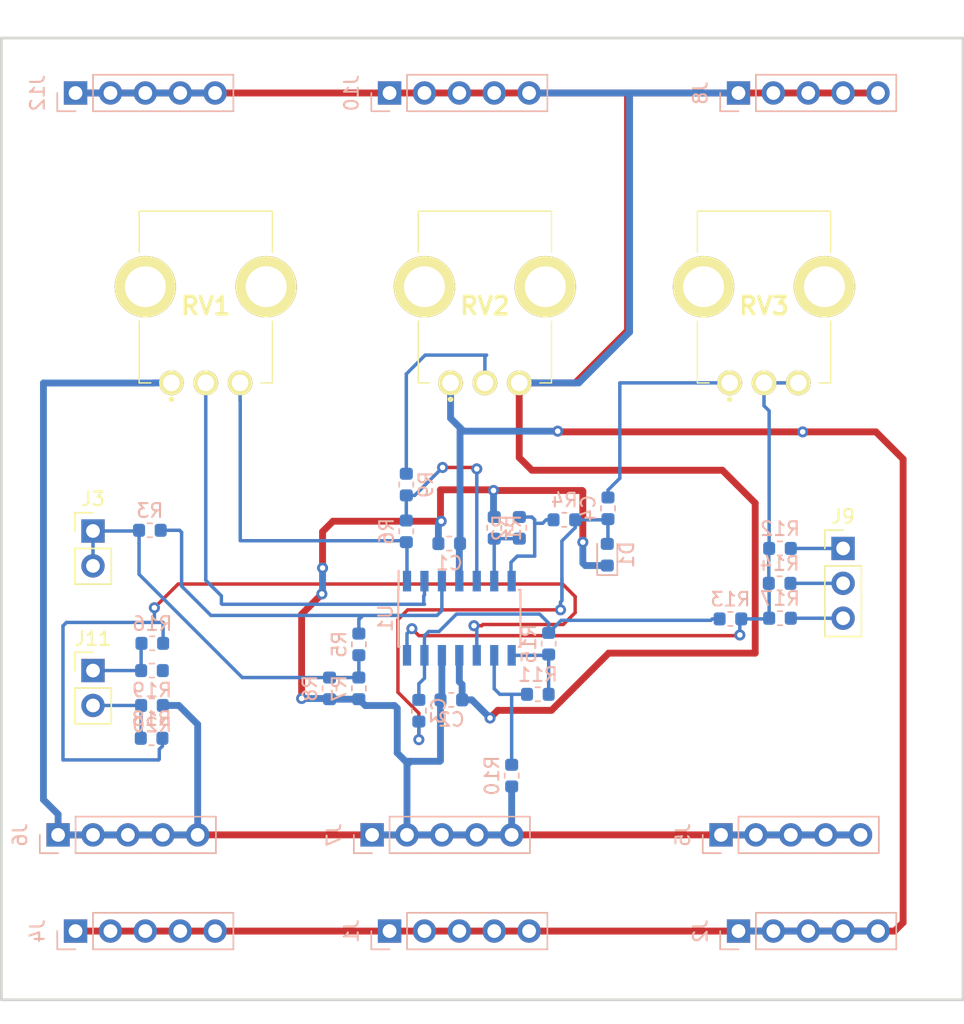
<source format=kicad_pcb>
(kicad_pcb (version 20171130) (host pcbnew 5.0.2-bee76a0~70~ubuntu16.04.1)

  (general
    (thickness 1.6)
    (drawings 4)
    (tracks 298)
    (zones 0)
    (modules 41)
    (nets 24)
  )

  (page A4)
  (layers
    (0 F.Cu signal)
    (31 B.Cu signal)
    (32 B.Adhes user)
    (33 F.Adhes user)
    (34 B.Paste user)
    (35 F.Paste user)
    (36 B.SilkS user)
    (37 F.SilkS user)
    (38 B.Mask user)
    (39 F.Mask user)
    (40 Dwgs.User user)
    (41 Cmts.User user)
    (42 Eco1.User user)
    (43 Eco2.User user)
    (44 Edge.Cuts user)
    (45 Margin user)
    (46 B.CrtYd user)
    (47 F.CrtYd user)
    (48 B.Fab user)
    (49 F.Fab user)
  )

  (setup
    (last_trace_width 0.25)
    (trace_clearance 0.2)
    (zone_clearance 0.508)
    (zone_45_only no)
    (trace_min 0.2)
    (segment_width 0.2)
    (edge_width 0.2)
    (via_size 0.8)
    (via_drill 0.4)
    (via_min_size 0.4)
    (via_min_drill 0.3)
    (uvia_size 0.3)
    (uvia_drill 0.1)
    (uvias_allowed no)
    (uvia_min_size 0.2)
    (uvia_min_drill 0.1)
    (pcb_text_width 0.3)
    (pcb_text_size 1.5 1.5)
    (mod_edge_width 0.15)
    (mod_text_size 1 1)
    (mod_text_width 0.15)
    (pad_size 1.5 1.5)
    (pad_drill 0.6)
    (pad_to_mask_clearance 0)
    (solder_mask_min_width 0.25)
    (aux_axis_origin 0 0)
    (visible_elements FFFFFF7F)
    (pcbplotparams
      (layerselection 0x010fc_ffffffff)
      (usegerberextensions false)
      (usegerberattributes false)
      (usegerberadvancedattributes false)
      (creategerberjobfile false)
      (excludeedgelayer true)
      (linewidth 0.100000)
      (plotframeref false)
      (viasonmask false)
      (mode 1)
      (useauxorigin false)
      (hpglpennumber 1)
      (hpglpenspeed 20)
      (hpglpendiameter 15.000000)
      (psnegative false)
      (psa4output false)
      (plotreference true)
      (plotvalue true)
      (plotinvisibletext false)
      (padsonsilk false)
      (subtractmaskfromsilk false)
      (outputformat 1)
      (mirror false)
      (drillshape 1)
      (scaleselection 1)
      (outputdirectory ""))
  )

  (net 0 "")
  (net 1 +5V)
  (net 2 GNDREF)
  (net 3 -5V)
  (net 4 "Net-(C3-Pad2)")
  (net 5 "Net-(C3-Pad1)")
  (net 6 "Net-(C4-Pad1)")
  (net 7 /ENV_2)
  (net 8 /OUT_1)
  (net 9 /OUT_2)
  (net 10 "Net-(J9-Pad3)")
  (net 11 /IN_2)
  (net 12 "Net-(J11-Pad1)")
  (net 13 "Net-(R1-Pad1)")
  (net 14 "Net-(R2-Pad1)")
  (net 15 "Net-(R3-Pad1)")
  (net 16 "Net-(R6-Pad1)")
  (net 17 "Net-(R6-Pad2)")
  (net 18 "Net-(R9-Pad2)")
  (net 19 "Net-(R10-Pad1)")
  (net 20 "Net-(R11-Pad1)")
  (net 21 "Net-(R12-Pad2)")
  (net 22 "Net-(R16-Pad1)")
  (net 23 "Net-(RV1-Pad2)")

  (net_class Default "Это класс цепей по умолчанию."
    (clearance 0.2)
    (trace_width 0.25)
    (via_dia 0.8)
    (via_drill 0.4)
    (uvia_dia 0.3)
    (uvia_drill 0.1)
    (add_net /ENV_2)
    (add_net /IN_2)
    (add_net /OUT_1)
    (add_net /OUT_2)
    (add_net "Net-(C3-Pad1)")
    (add_net "Net-(C3-Pad2)")
    (add_net "Net-(C4-Pad1)")
    (add_net "Net-(J11-Pad1)")
    (add_net "Net-(J9-Pad3)")
    (add_net "Net-(R1-Pad1)")
    (add_net "Net-(R10-Pad1)")
    (add_net "Net-(R11-Pad1)")
    (add_net "Net-(R12-Pad2)")
    (add_net "Net-(R16-Pad1)")
    (add_net "Net-(R2-Pad1)")
    (add_net "Net-(R3-Pad1)")
    (add_net "Net-(R6-Pad1)")
    (add_net "Net-(R6-Pad2)")
    (add_net "Net-(R9-Pad2)")
    (add_net "Net-(RV1-Pad2)")
  )

  (net_class power ""
    (clearance 0.2)
    (trace_width 0.5)
    (via_dia 0.8)
    (via_drill 0.4)
    (uvia_dia 0.3)
    (uvia_drill 0.1)
    (add_net +5V)
    (add_net -5V)
    (add_net GNDREF)
  )

  (module footprint:c0603 (layer B.Cu) (tedit 5B301BBE) (tstamp 5C9CF89A)
    (at 52.6035 56.7944)
    (descr "Capacitor SMD 0603 (1608 Metric), square (rectangular) end terminal, IPC_7351 nominal, (Body size source: http://www.tortai-tech.com/upload/download/2011102023233369053.pdf), generated with kicad-footprint-generator")
    (tags capacitor)
    (path /5C9B5482)
    (attr smd)
    (fp_text reference C1 (at 0 1.43) (layer B.SilkS)
      (effects (font (size 1 1) (thickness 0.15)) (justify mirror))
    )
    (fp_text value "0.1 uF" (at 0 -1.43) (layer B.Fab)
      (effects (font (size 1 1) (thickness 0.15)) (justify mirror))
    )
    (fp_text user %R (at 0 0) (layer B.Fab)
      (effects (font (size 0.4 0.4) (thickness 0.06)) (justify mirror))
    )
    (fp_line (start 1.48 -0.73) (end -1.48 -0.73) (layer B.CrtYd) (width 0.05))
    (fp_line (start 1.48 0.73) (end 1.48 -0.73) (layer B.CrtYd) (width 0.05))
    (fp_line (start -1.48 0.73) (end 1.48 0.73) (layer B.CrtYd) (width 0.05))
    (fp_line (start -1.48 -0.73) (end -1.48 0.73) (layer B.CrtYd) (width 0.05))
    (fp_line (start -0.162779 -0.51) (end 0.162779 -0.51) (layer B.SilkS) (width 0.12))
    (fp_line (start -0.162779 0.51) (end 0.162779 0.51) (layer B.SilkS) (width 0.12))
    (fp_line (start 0.8 -0.4) (end -0.8 -0.4) (layer B.Fab) (width 0.1))
    (fp_line (start 0.8 0.4) (end 0.8 -0.4) (layer B.Fab) (width 0.1))
    (fp_line (start -0.8 0.4) (end 0.8 0.4) (layer B.Fab) (width 0.1))
    (fp_line (start -0.8 -0.4) (end -0.8 0.4) (layer B.Fab) (width 0.1))
    (pad 2 smd roundrect (at 0.7875 0) (size 0.875 0.95) (layers B.Cu B.Paste B.Mask) (roundrect_rratio 0.25)
      (net 1 +5V))
    (pad 1 smd roundrect (at -0.7875 0) (size 0.875 0.95) (layers B.Cu B.Paste B.Mask) (roundrect_rratio 0.25)
      (net 2 GNDREF))
    (model ${KIPRJMOD}/../library/footprint/3D/C_0603_1608Metric.step
      (at (xyz 0 0 0))
      (scale (xyz 1 1 1))
      (rotate (xyz 0 0 0))
    )
  )

  (module footprint:c0603 (layer B.Cu) (tedit 5B301BBE) (tstamp 5C9CF8AB)
    (at 52.7557 68.1736)
    (descr "Capacitor SMD 0603 (1608 Metric), square (rectangular) end terminal, IPC_7351 nominal, (Body size source: http://www.tortai-tech.com/upload/download/2011102023233369053.pdf), generated with kicad-footprint-generator")
    (tags capacitor)
    (path /5C9B52EC)
    (attr smd)
    (fp_text reference C2 (at 0 1.43) (layer B.SilkS)
      (effects (font (size 1 1) (thickness 0.15)) (justify mirror))
    )
    (fp_text value "0.1 uF" (at 0 -1.43) (layer B.Fab)
      (effects (font (size 1 1) (thickness 0.15)) (justify mirror))
    )
    (fp_line (start -0.8 -0.4) (end -0.8 0.4) (layer B.Fab) (width 0.1))
    (fp_line (start -0.8 0.4) (end 0.8 0.4) (layer B.Fab) (width 0.1))
    (fp_line (start 0.8 0.4) (end 0.8 -0.4) (layer B.Fab) (width 0.1))
    (fp_line (start 0.8 -0.4) (end -0.8 -0.4) (layer B.Fab) (width 0.1))
    (fp_line (start -0.162779 0.51) (end 0.162779 0.51) (layer B.SilkS) (width 0.12))
    (fp_line (start -0.162779 -0.51) (end 0.162779 -0.51) (layer B.SilkS) (width 0.12))
    (fp_line (start -1.48 -0.73) (end -1.48 0.73) (layer B.CrtYd) (width 0.05))
    (fp_line (start -1.48 0.73) (end 1.48 0.73) (layer B.CrtYd) (width 0.05))
    (fp_line (start 1.48 0.73) (end 1.48 -0.73) (layer B.CrtYd) (width 0.05))
    (fp_line (start 1.48 -0.73) (end -1.48 -0.73) (layer B.CrtYd) (width 0.05))
    (fp_text user %R (at 0 0) (layer B.Fab)
      (effects (font (size 0.4 0.4) (thickness 0.06)) (justify mirror))
    )
    (pad 1 smd roundrect (at -0.7875 0) (size 0.875 0.95) (layers B.Cu B.Paste B.Mask) (roundrect_rratio 0.25)
      (net 2 GNDREF))
    (pad 2 smd roundrect (at 0.7875 0) (size 0.875 0.95) (layers B.Cu B.Paste B.Mask) (roundrect_rratio 0.25)
      (net 3 -5V))
    (model ${KIPRJMOD}/../library/footprint/3D/C_0603_1608Metric.step
      (at (xyz 0 0 0))
      (scale (xyz 1 1 1))
      (rotate (xyz 0 0 0))
    )
  )

  (module footprint:c0603 (layer B.Cu) (tedit 5B301BBE) (tstamp 5C9CF8BC)
    (at 50.3936 68.9611 90)
    (descr "Capacitor SMD 0603 (1608 Metric), square (rectangular) end terminal, IPC_7351 nominal, (Body size source: http://www.tortai-tech.com/upload/download/2011102023233369053.pdf), generated with kicad-footprint-generator")
    (tags capacitor)
    (path /5C97D875)
    (attr smd)
    (fp_text reference C3 (at 0 1.43 90) (layer B.SilkS)
      (effects (font (size 1 1) (thickness 0.15)) (justify mirror))
    )
    (fp_text value "0.1 uF" (at 0 -1.43 90) (layer B.Fab)
      (effects (font (size 1 1) (thickness 0.15)) (justify mirror))
    )
    (fp_text user %R (at 0 0 90) (layer B.Fab)
      (effects (font (size 0.4 0.4) (thickness 0.06)) (justify mirror))
    )
    (fp_line (start 1.48 -0.73) (end -1.48 -0.73) (layer B.CrtYd) (width 0.05))
    (fp_line (start 1.48 0.73) (end 1.48 -0.73) (layer B.CrtYd) (width 0.05))
    (fp_line (start -1.48 0.73) (end 1.48 0.73) (layer B.CrtYd) (width 0.05))
    (fp_line (start -1.48 -0.73) (end -1.48 0.73) (layer B.CrtYd) (width 0.05))
    (fp_line (start -0.162779 -0.51) (end 0.162779 -0.51) (layer B.SilkS) (width 0.12))
    (fp_line (start -0.162779 0.51) (end 0.162779 0.51) (layer B.SilkS) (width 0.12))
    (fp_line (start 0.8 -0.4) (end -0.8 -0.4) (layer B.Fab) (width 0.1))
    (fp_line (start 0.8 0.4) (end 0.8 -0.4) (layer B.Fab) (width 0.1))
    (fp_line (start -0.8 0.4) (end 0.8 0.4) (layer B.Fab) (width 0.1))
    (fp_line (start -0.8 -0.4) (end -0.8 0.4) (layer B.Fab) (width 0.1))
    (pad 2 smd roundrect (at 0.7875 0 90) (size 0.875 0.95) (layers B.Cu B.Paste B.Mask) (roundrect_rratio 0.25)
      (net 4 "Net-(C3-Pad2)"))
    (pad 1 smd roundrect (at -0.7875 0 90) (size 0.875 0.95) (layers B.Cu B.Paste B.Mask) (roundrect_rratio 0.25)
      (net 5 "Net-(C3-Pad1)"))
    (model ${KIPRJMOD}/../library/footprint/3D/C_0603_1608Metric.step
      (at (xyz 0 0 0))
      (scale (xyz 1 1 1))
      (rotate (xyz 0 0 0))
    )
  )

  (module footprint:c0603 (layer B.Cu) (tedit 5B301BBE) (tstamp 5C9CF8CD)
    (at 64.1604 54.2289 270)
    (descr "Capacitor SMD 0603 (1608 Metric), square (rectangular) end terminal, IPC_7351 nominal, (Body size source: http://www.tortai-tech.com/upload/download/2011102023233369053.pdf), generated with kicad-footprint-generator")
    (tags capacitor)
    (path /5C97D8F6)
    (attr smd)
    (fp_text reference C4 (at 0 1.43 270) (layer B.SilkS)
      (effects (font (size 1 1) (thickness 0.15)) (justify mirror))
    )
    (fp_text value "0.1 uF" (at 0 -1.43 270) (layer B.Fab)
      (effects (font (size 1 1) (thickness 0.15)) (justify mirror))
    )
    (fp_line (start -0.8 -0.4) (end -0.8 0.4) (layer B.Fab) (width 0.1))
    (fp_line (start -0.8 0.4) (end 0.8 0.4) (layer B.Fab) (width 0.1))
    (fp_line (start 0.8 0.4) (end 0.8 -0.4) (layer B.Fab) (width 0.1))
    (fp_line (start 0.8 -0.4) (end -0.8 -0.4) (layer B.Fab) (width 0.1))
    (fp_line (start -0.162779 0.51) (end 0.162779 0.51) (layer B.SilkS) (width 0.12))
    (fp_line (start -0.162779 -0.51) (end 0.162779 -0.51) (layer B.SilkS) (width 0.12))
    (fp_line (start -1.48 -0.73) (end -1.48 0.73) (layer B.CrtYd) (width 0.05))
    (fp_line (start -1.48 0.73) (end 1.48 0.73) (layer B.CrtYd) (width 0.05))
    (fp_line (start 1.48 0.73) (end 1.48 -0.73) (layer B.CrtYd) (width 0.05))
    (fp_line (start 1.48 -0.73) (end -1.48 -0.73) (layer B.CrtYd) (width 0.05))
    (fp_text user %R (at 0 0 270) (layer B.Fab)
      (effects (font (size 0.4 0.4) (thickness 0.06)) (justify mirror))
    )
    (pad 1 smd roundrect (at -0.7875 0 270) (size 0.875 0.95) (layers B.Cu B.Paste B.Mask) (roundrect_rratio 0.25)
      (net 6 "Net-(C4-Pad1)"))
    (pad 2 smd roundrect (at 0.7875 0 270) (size 0.875 0.95) (layers B.Cu B.Paste B.Mask) (roundrect_rratio 0.25)
      (net 5 "Net-(C3-Pad1)"))
    (model ${KIPRJMOD}/../library/footprint/3D/C_0603_1608Metric.step
      (at (xyz 0 0 0))
      (scale (xyz 1 1 1))
      (rotate (xyz 0 0 0))
    )
  )

  (module footprint:d0603 (layer B.Cu) (tedit 5B301BBE) (tstamp 5C9CF8E0)
    (at 64.1096 57.6072 90)
    (descr "Diode SMD 0603 (1608 Metric), square (rectangular) end terminal, IPC_7351 nominal, (Body size source: http://www.tortai-tech.com/upload/download/2011102023233369053.pdf), generated with kicad-footprint-generator")
    (tags diode)
    (path /5C96C67F)
    (attr smd)
    (fp_text reference D1 (at 0 1.43 90) (layer B.SilkS)
      (effects (font (size 1 1) (thickness 0.15)) (justify mirror))
    )
    (fp_text value D (at 0 -1.43 90) (layer B.Fab)
      (effects (font (size 1 1) (thickness 0.15)) (justify mirror))
    )
    (fp_line (start 0.8 0.4) (end -0.5 0.4) (layer B.Fab) (width 0.1))
    (fp_line (start -0.5 0.4) (end -0.8 0.1) (layer B.Fab) (width 0.1))
    (fp_line (start -0.8 0.1) (end -0.8 -0.4) (layer B.Fab) (width 0.1))
    (fp_line (start -0.8 -0.4) (end 0.8 -0.4) (layer B.Fab) (width 0.1))
    (fp_line (start 0.8 -0.4) (end 0.8 0.4) (layer B.Fab) (width 0.1))
    (fp_line (start 0.8 0.735) (end -1.485 0.735) (layer B.SilkS) (width 0.12))
    (fp_line (start -1.485 0.735) (end -1.485 -0.735) (layer B.SilkS) (width 0.12))
    (fp_line (start -1.485 -0.735) (end 0.8 -0.735) (layer B.SilkS) (width 0.12))
    (fp_line (start -1.48 -0.73) (end -1.48 0.73) (layer B.CrtYd) (width 0.05))
    (fp_line (start -1.48 0.73) (end 1.48 0.73) (layer B.CrtYd) (width 0.05))
    (fp_line (start 1.48 0.73) (end 1.48 -0.73) (layer B.CrtYd) (width 0.05))
    (fp_line (start 1.48 -0.73) (end -1.48 -0.73) (layer B.CrtYd) (width 0.05))
    (fp_text user %R (at 0 0 90) (layer B.Fab)
      (effects (font (size 0.4 0.4) (thickness 0.06)) (justify mirror))
    )
    (pad 1 smd roundrect (at -0.7875 0 90) (size 0.875 0.95) (layers B.Cu B.Paste B.Mask) (roundrect_rratio 0.25)
      (net 2 GNDREF))
    (pad 2 smd roundrect (at 0.7875 0 90) (size 0.875 0.95) (layers B.Cu B.Paste B.Mask) (roundrect_rratio 0.25)
      (net 5 "Net-(C3-Pad1)"))
    (model ${KIPRJMOD}/../library/footprint/3D/D_0603_1608Metric.step
      (at (xyz 0 0 0))
      (scale (xyz 1 1 1))
      (rotate (xyz 0 0 0))
    )
  )

  (module footprint:pls1x05 locked (layer B.Cu) (tedit 5C9B92D1) (tstamp 5C9CF8F9)
    (at 48.26 85 270)
    (descr "Through hole straight socket strip, 1x05, 2.54mm pitch, single row (from Kicad 4.0.7), script generated")
    (tags "Through hole socket strip THT 1x05 2.54mm single row")
    (path /5C9CE8FC)
    (fp_text reference J1 (at 0 2.77 270) (layer B.SilkS)
      (effects (font (size 1 1) (thickness 0.15)) (justify mirror))
    )
    (fp_text value Conn_01x05_Male (at 0 -12.93 270) (layer B.Fab)
      (effects (font (size 1 1) (thickness 0.15)) (justify mirror))
    )
    (fp_line (start -1.27 1.27) (end 0.635 1.27) (layer B.Fab) (width 0.1))
    (fp_line (start 0.635 1.27) (end 1.27 0.635) (layer B.Fab) (width 0.1))
    (fp_line (start 1.27 0.635) (end 1.27 -11.43) (layer B.Fab) (width 0.1))
    (fp_line (start 1.27 -11.43) (end -1.27 -11.43) (layer B.Fab) (width 0.1))
    (fp_line (start -1.27 -11.43) (end -1.27 1.27) (layer B.Fab) (width 0.1))
    (fp_line (start -1.33 -1.27) (end 1.33 -1.27) (layer B.SilkS) (width 0.12))
    (fp_line (start -1.33 -1.27) (end -1.33 -11.49) (layer B.SilkS) (width 0.12))
    (fp_line (start -1.33 -11.49) (end 1.33 -11.49) (layer B.SilkS) (width 0.12))
    (fp_line (start 1.33 -1.27) (end 1.33 -11.49) (layer B.SilkS) (width 0.12))
    (fp_line (start 1.33 1.33) (end 1.33 0) (layer B.SilkS) (width 0.12))
    (fp_line (start 0 1.33) (end 1.33 1.33) (layer B.SilkS) (width 0.12))
    (fp_line (start -1.8 1.8) (end 1.75 1.8) (layer B.CrtYd) (width 0.05))
    (fp_line (start 1.75 1.8) (end 1.75 -11.9) (layer B.CrtYd) (width 0.05))
    (fp_line (start 1.75 -11.9) (end -1.8 -11.9) (layer B.CrtYd) (width 0.05))
    (fp_line (start -1.8 -11.9) (end -1.8 1.8) (layer B.CrtYd) (width 0.05))
    (fp_text user %R (at 0 -5.08 180) (layer B.Fab)
      (effects (font (size 1 1) (thickness 0.15)) (justify mirror))
    )
    (pad 1 thru_hole rect (at 0 0 270) (size 1.7 1.7) (drill 1) (layers *.Cu *.Mask)
      (net 1 +5V))
    (pad 2 thru_hole oval (at 0 -2.54 270) (size 1.7 1.7) (drill 1) (layers *.Cu *.Mask)
      (net 1 +5V))
    (pad 3 thru_hole oval (at 0 -5.08 270) (size 1.7 1.7) (drill 1) (layers *.Cu *.Mask)
      (net 1 +5V))
    (pad 4 thru_hole oval (at 0 -7.62 270) (size 1.7 1.7) (drill 1) (layers *.Cu *.Mask)
      (net 1 +5V))
    (pad 5 thru_hole oval (at 0 -10.16 270) (size 1.7 1.7) (drill 1) (layers *.Cu *.Mask)
      (net 1 +5V))
    (model ${KIPRJMOD}/../library/footprint/3D/PinHeader_1x05_P2.54mm_Vertical.step
      (at (xyz 0 0 0))
      (scale (xyz 1 1 1))
      (rotate (xyz 0 0 0))
    )
  )

  (module footprint:pls1x05 locked (layer B.Cu) (tedit 5C9B92D1) (tstamp 5C9CF912)
    (at 73.66 85 270)
    (descr "Through hole straight socket strip, 1x05, 2.54mm pitch, single row (from Kicad 4.0.7), script generated")
    (tags "Through hole socket strip THT 1x05 2.54mm single row")
    (path /5C9CE9E8)
    (fp_text reference J2 (at 0 2.77 270) (layer B.SilkS)
      (effects (font (size 1 1) (thickness 0.15)) (justify mirror))
    )
    (fp_text value Conn_01x05_Male (at 0 -12.93 270) (layer B.Fab)
      (effects (font (size 1 1) (thickness 0.15)) (justify mirror))
    )
    (fp_text user %R (at 0 -5.08 180) (layer B.Fab)
      (effects (font (size 1 1) (thickness 0.15)) (justify mirror))
    )
    (fp_line (start -1.8 -11.9) (end -1.8 1.8) (layer B.CrtYd) (width 0.05))
    (fp_line (start 1.75 -11.9) (end -1.8 -11.9) (layer B.CrtYd) (width 0.05))
    (fp_line (start 1.75 1.8) (end 1.75 -11.9) (layer B.CrtYd) (width 0.05))
    (fp_line (start -1.8 1.8) (end 1.75 1.8) (layer B.CrtYd) (width 0.05))
    (fp_line (start 0 1.33) (end 1.33 1.33) (layer B.SilkS) (width 0.12))
    (fp_line (start 1.33 1.33) (end 1.33 0) (layer B.SilkS) (width 0.12))
    (fp_line (start 1.33 -1.27) (end 1.33 -11.49) (layer B.SilkS) (width 0.12))
    (fp_line (start -1.33 -11.49) (end 1.33 -11.49) (layer B.SilkS) (width 0.12))
    (fp_line (start -1.33 -1.27) (end -1.33 -11.49) (layer B.SilkS) (width 0.12))
    (fp_line (start -1.33 -1.27) (end 1.33 -1.27) (layer B.SilkS) (width 0.12))
    (fp_line (start -1.27 -11.43) (end -1.27 1.27) (layer B.Fab) (width 0.1))
    (fp_line (start 1.27 -11.43) (end -1.27 -11.43) (layer B.Fab) (width 0.1))
    (fp_line (start 1.27 0.635) (end 1.27 -11.43) (layer B.Fab) (width 0.1))
    (fp_line (start 0.635 1.27) (end 1.27 0.635) (layer B.Fab) (width 0.1))
    (fp_line (start -1.27 1.27) (end 0.635 1.27) (layer B.Fab) (width 0.1))
    (pad 5 thru_hole oval (at 0 -10.16 270) (size 1.7 1.7) (drill 1) (layers *.Cu *.Mask)
      (net 1 +5V))
    (pad 4 thru_hole oval (at 0 -7.62 270) (size 1.7 1.7) (drill 1) (layers *.Cu *.Mask)
      (net 1 +5V))
    (pad 3 thru_hole oval (at 0 -5.08 270) (size 1.7 1.7) (drill 1) (layers *.Cu *.Mask)
      (net 1 +5V))
    (pad 2 thru_hole oval (at 0 -2.54 270) (size 1.7 1.7) (drill 1) (layers *.Cu *.Mask)
      (net 1 +5V))
    (pad 1 thru_hole rect (at 0 0 270) (size 1.7 1.7) (drill 1) (layers *.Cu *.Mask)
      (net 1 +5V))
    (model ${KIPRJMOD}/../library/footprint/3D/PinHeader_1x05_P2.54mm_Vertical.step
      (at (xyz 0 0 0))
      (scale (xyz 1 1 1))
      (rotate (xyz 0 0 0))
    )
  )

  (module footprint:pls1x02 (layer F.Cu) (tedit 59FED5CC) (tstamp 5C9CF928)
    (at 26.67 55.88)
    (descr "Through hole straight pin header, 1x02, 2.54mm pitch, single row")
    (tags "Through hole pin header THT 1x02 2.54mm single row")
    (path /5C9691BB)
    (fp_text reference J3 (at 0 -2.33) (layer F.SilkS)
      (effects (font (size 1 1) (thickness 0.15)))
    )
    (fp_text value Env (at 0 4.87) (layer F.Fab)
      (effects (font (size 1 1) (thickness 0.15)))
    )
    (fp_line (start -0.635 -1.27) (end 1.27 -1.27) (layer F.Fab) (width 0.1))
    (fp_line (start 1.27 -1.27) (end 1.27 3.81) (layer F.Fab) (width 0.1))
    (fp_line (start 1.27 3.81) (end -1.27 3.81) (layer F.Fab) (width 0.1))
    (fp_line (start -1.27 3.81) (end -1.27 -0.635) (layer F.Fab) (width 0.1))
    (fp_line (start -1.27 -0.635) (end -0.635 -1.27) (layer F.Fab) (width 0.1))
    (fp_line (start -1.33 3.87) (end 1.33 3.87) (layer F.SilkS) (width 0.12))
    (fp_line (start -1.33 1.27) (end -1.33 3.87) (layer F.SilkS) (width 0.12))
    (fp_line (start 1.33 1.27) (end 1.33 3.87) (layer F.SilkS) (width 0.12))
    (fp_line (start -1.33 1.27) (end 1.33 1.27) (layer F.SilkS) (width 0.12))
    (fp_line (start -1.33 0) (end -1.33 -1.33) (layer F.SilkS) (width 0.12))
    (fp_line (start -1.33 -1.33) (end 0 -1.33) (layer F.SilkS) (width 0.12))
    (fp_line (start -1.8 -1.8) (end -1.8 4.35) (layer F.CrtYd) (width 0.05))
    (fp_line (start -1.8 4.35) (end 1.8 4.35) (layer F.CrtYd) (width 0.05))
    (fp_line (start 1.8 4.35) (end 1.8 -1.8) (layer F.CrtYd) (width 0.05))
    (fp_line (start 1.8 -1.8) (end -1.8 -1.8) (layer F.CrtYd) (width 0.05))
    (fp_text user %R (at 0 1.27 90) (layer F.Fab)
      (effects (font (size 1 1) (thickness 0.15)))
    )
    (pad 1 thru_hole rect (at 0 0) (size 1.7 1.7) (drill 1) (layers *.Cu *.Mask)
      (net 7 /ENV_2))
    (pad 2 thru_hole oval (at 0 2.54) (size 1.7 1.7) (drill 1) (layers *.Cu *.Mask)
      (net 7 /ENV_2))
    (model ${KIPRJMOD}/../library/footprint/3D/PinHeader_1x02_P2.54mm_Vertical.step
      (at (xyz 0 0 0))
      (scale (xyz 1 1 1))
      (rotate (xyz 0 0 0))
    )
  )

  (module footprint:pls1x05 locked (layer B.Cu) (tedit 5C9B92D1) (tstamp 5C9CF941)
    (at 25.4 85 270)
    (descr "Through hole straight socket strip, 1x05, 2.54mm pitch, single row (from Kicad 4.0.7), script generated")
    (tags "Through hole socket strip THT 1x05 2.54mm single row")
    (path /5C9CEAB9)
    (fp_text reference J4 (at 0 2.77 270) (layer B.SilkS)
      (effects (font (size 1 1) (thickness 0.15)) (justify mirror))
    )
    (fp_text value Conn_01x05_Male (at 0 -12.93 270) (layer B.Fab)
      (effects (font (size 1 1) (thickness 0.15)) (justify mirror))
    )
    (fp_line (start -1.27 1.27) (end 0.635 1.27) (layer B.Fab) (width 0.1))
    (fp_line (start 0.635 1.27) (end 1.27 0.635) (layer B.Fab) (width 0.1))
    (fp_line (start 1.27 0.635) (end 1.27 -11.43) (layer B.Fab) (width 0.1))
    (fp_line (start 1.27 -11.43) (end -1.27 -11.43) (layer B.Fab) (width 0.1))
    (fp_line (start -1.27 -11.43) (end -1.27 1.27) (layer B.Fab) (width 0.1))
    (fp_line (start -1.33 -1.27) (end 1.33 -1.27) (layer B.SilkS) (width 0.12))
    (fp_line (start -1.33 -1.27) (end -1.33 -11.49) (layer B.SilkS) (width 0.12))
    (fp_line (start -1.33 -11.49) (end 1.33 -11.49) (layer B.SilkS) (width 0.12))
    (fp_line (start 1.33 -1.27) (end 1.33 -11.49) (layer B.SilkS) (width 0.12))
    (fp_line (start 1.33 1.33) (end 1.33 0) (layer B.SilkS) (width 0.12))
    (fp_line (start 0 1.33) (end 1.33 1.33) (layer B.SilkS) (width 0.12))
    (fp_line (start -1.8 1.8) (end 1.75 1.8) (layer B.CrtYd) (width 0.05))
    (fp_line (start 1.75 1.8) (end 1.75 -11.9) (layer B.CrtYd) (width 0.05))
    (fp_line (start 1.75 -11.9) (end -1.8 -11.9) (layer B.CrtYd) (width 0.05))
    (fp_line (start -1.8 -11.9) (end -1.8 1.8) (layer B.CrtYd) (width 0.05))
    (fp_text user %R (at 0 -5.08 180) (layer B.Fab)
      (effects (font (size 1 1) (thickness 0.15)) (justify mirror))
    )
    (pad 1 thru_hole rect (at 0 0 270) (size 1.7 1.7) (drill 1) (layers *.Cu *.Mask)
      (net 1 +5V))
    (pad 2 thru_hole oval (at 0 -2.54 270) (size 1.7 1.7) (drill 1) (layers *.Cu *.Mask)
      (net 1 +5V))
    (pad 3 thru_hole oval (at 0 -5.08 270) (size 1.7 1.7) (drill 1) (layers *.Cu *.Mask)
      (net 1 +5V))
    (pad 4 thru_hole oval (at 0 -7.62 270) (size 1.7 1.7) (drill 1) (layers *.Cu *.Mask)
      (net 1 +5V))
    (pad 5 thru_hole oval (at 0 -10.16 270) (size 1.7 1.7) (drill 1) (layers *.Cu *.Mask)
      (net 1 +5V))
    (model ${KIPRJMOD}/../library/footprint/3D/PinHeader_1x05_P2.54mm_Vertical.step
      (at (xyz 0 0 0))
      (scale (xyz 1 1 1))
      (rotate (xyz 0 0 0))
    )
  )

  (module footprint:pls1x05 locked (layer B.Cu) (tedit 5C9B92D1) (tstamp 5C9CF95A)
    (at 72.39 78 270)
    (descr "Through hole straight socket strip, 1x05, 2.54mm pitch, single row (from Kicad 4.0.7), script generated")
    (tags "Through hole socket strip THT 1x05 2.54mm single row")
    (path /5CA3349E)
    (fp_text reference J5 (at 0 2.77 270) (layer B.SilkS)
      (effects (font (size 1 1) (thickness 0.15)) (justify mirror))
    )
    (fp_text value Conn_01x05_Male (at 0 -12.93 270) (layer B.Fab)
      (effects (font (size 1 1) (thickness 0.15)) (justify mirror))
    )
    (fp_text user %R (at 0 -5.08 180) (layer B.Fab)
      (effects (font (size 1 1) (thickness 0.15)) (justify mirror))
    )
    (fp_line (start -1.8 -11.9) (end -1.8 1.8) (layer B.CrtYd) (width 0.05))
    (fp_line (start 1.75 -11.9) (end -1.8 -11.9) (layer B.CrtYd) (width 0.05))
    (fp_line (start 1.75 1.8) (end 1.75 -11.9) (layer B.CrtYd) (width 0.05))
    (fp_line (start -1.8 1.8) (end 1.75 1.8) (layer B.CrtYd) (width 0.05))
    (fp_line (start 0 1.33) (end 1.33 1.33) (layer B.SilkS) (width 0.12))
    (fp_line (start 1.33 1.33) (end 1.33 0) (layer B.SilkS) (width 0.12))
    (fp_line (start 1.33 -1.27) (end 1.33 -11.49) (layer B.SilkS) (width 0.12))
    (fp_line (start -1.33 -11.49) (end 1.33 -11.49) (layer B.SilkS) (width 0.12))
    (fp_line (start -1.33 -1.27) (end -1.33 -11.49) (layer B.SilkS) (width 0.12))
    (fp_line (start -1.33 -1.27) (end 1.33 -1.27) (layer B.SilkS) (width 0.12))
    (fp_line (start -1.27 -11.43) (end -1.27 1.27) (layer B.Fab) (width 0.1))
    (fp_line (start 1.27 -11.43) (end -1.27 -11.43) (layer B.Fab) (width 0.1))
    (fp_line (start 1.27 0.635) (end 1.27 -11.43) (layer B.Fab) (width 0.1))
    (fp_line (start 0.635 1.27) (end 1.27 0.635) (layer B.Fab) (width 0.1))
    (fp_line (start -1.27 1.27) (end 0.635 1.27) (layer B.Fab) (width 0.1))
    (pad 5 thru_hole oval (at 0 -10.16 270) (size 1.7 1.7) (drill 1) (layers *.Cu *.Mask)
      (net 2 GNDREF))
    (pad 4 thru_hole oval (at 0 -7.62 270) (size 1.7 1.7) (drill 1) (layers *.Cu *.Mask)
      (net 2 GNDREF))
    (pad 3 thru_hole oval (at 0 -5.08 270) (size 1.7 1.7) (drill 1) (layers *.Cu *.Mask)
      (net 2 GNDREF))
    (pad 2 thru_hole oval (at 0 -2.54 270) (size 1.7 1.7) (drill 1) (layers *.Cu *.Mask)
      (net 2 GNDREF))
    (pad 1 thru_hole rect (at 0 0 270) (size 1.7 1.7) (drill 1) (layers *.Cu *.Mask)
      (net 2 GNDREF))
    (model ${KIPRJMOD}/../library/footprint/3D/PinHeader_1x05_P2.54mm_Vertical.step
      (at (xyz 0 0 0))
      (scale (xyz 1 1 1))
      (rotate (xyz 0 0 0))
    )
  )

  (module footprint:pls1x05 locked (layer B.Cu) (tedit 5C9B92D1) (tstamp 5C9CF973)
    (at 24.13 78 270)
    (descr "Through hole straight socket strip, 1x05, 2.54mm pitch, single row (from Kicad 4.0.7), script generated")
    (tags "Through hole socket strip THT 1x05 2.54mm single row")
    (path /5CA333C9)
    (fp_text reference J6 (at 0 2.77 270) (layer B.SilkS)
      (effects (font (size 1 1) (thickness 0.15)) (justify mirror))
    )
    (fp_text value Conn_01x05_Male (at 0 -12.93 270) (layer B.Fab)
      (effects (font (size 1 1) (thickness 0.15)) (justify mirror))
    )
    (fp_line (start -1.27 1.27) (end 0.635 1.27) (layer B.Fab) (width 0.1))
    (fp_line (start 0.635 1.27) (end 1.27 0.635) (layer B.Fab) (width 0.1))
    (fp_line (start 1.27 0.635) (end 1.27 -11.43) (layer B.Fab) (width 0.1))
    (fp_line (start 1.27 -11.43) (end -1.27 -11.43) (layer B.Fab) (width 0.1))
    (fp_line (start -1.27 -11.43) (end -1.27 1.27) (layer B.Fab) (width 0.1))
    (fp_line (start -1.33 -1.27) (end 1.33 -1.27) (layer B.SilkS) (width 0.12))
    (fp_line (start -1.33 -1.27) (end -1.33 -11.49) (layer B.SilkS) (width 0.12))
    (fp_line (start -1.33 -11.49) (end 1.33 -11.49) (layer B.SilkS) (width 0.12))
    (fp_line (start 1.33 -1.27) (end 1.33 -11.49) (layer B.SilkS) (width 0.12))
    (fp_line (start 1.33 1.33) (end 1.33 0) (layer B.SilkS) (width 0.12))
    (fp_line (start 0 1.33) (end 1.33 1.33) (layer B.SilkS) (width 0.12))
    (fp_line (start -1.8 1.8) (end 1.75 1.8) (layer B.CrtYd) (width 0.05))
    (fp_line (start 1.75 1.8) (end 1.75 -11.9) (layer B.CrtYd) (width 0.05))
    (fp_line (start 1.75 -11.9) (end -1.8 -11.9) (layer B.CrtYd) (width 0.05))
    (fp_line (start -1.8 -11.9) (end -1.8 1.8) (layer B.CrtYd) (width 0.05))
    (fp_text user %R (at 0 -5.08 180) (layer B.Fab)
      (effects (font (size 1 1) (thickness 0.15)) (justify mirror))
    )
    (pad 1 thru_hole rect (at 0 0 270) (size 1.7 1.7) (drill 1) (layers *.Cu *.Mask)
      (net 2 GNDREF))
    (pad 2 thru_hole oval (at 0 -2.54 270) (size 1.7 1.7) (drill 1) (layers *.Cu *.Mask)
      (net 2 GNDREF))
    (pad 3 thru_hole oval (at 0 -5.08 270) (size 1.7 1.7) (drill 1) (layers *.Cu *.Mask)
      (net 2 GNDREF))
    (pad 4 thru_hole oval (at 0 -7.62 270) (size 1.7 1.7) (drill 1) (layers *.Cu *.Mask)
      (net 2 GNDREF))
    (pad 5 thru_hole oval (at 0 -10.16 270) (size 1.7 1.7) (drill 1) (layers *.Cu *.Mask)
      (net 2 GNDREF))
    (model ${KIPRJMOD}/../library/footprint/3D/PinHeader_1x05_P2.54mm_Vertical.step
      (at (xyz 0 0 0))
      (scale (xyz 1 1 1))
      (rotate (xyz 0 0 0))
    )
  )

  (module footprint:pls1x05 locked (layer B.Cu) (tedit 5C9B92D1) (tstamp 5C9CF98C)
    (at 46.99 78 270)
    (descr "Through hole straight socket strip, 1x05, 2.54mm pitch, single row (from Kicad 4.0.7), script generated")
    (tags "Through hole socket strip THT 1x05 2.54mm single row")
    (path /5CA33319)
    (fp_text reference J7 (at 0 2.77 270) (layer B.SilkS)
      (effects (font (size 1 1) (thickness 0.15)) (justify mirror))
    )
    (fp_text value Conn_01x05_Male (at 0 -12.93 270) (layer B.Fab)
      (effects (font (size 1 1) (thickness 0.15)) (justify mirror))
    )
    (fp_text user %R (at 0 -5.08 180) (layer B.Fab)
      (effects (font (size 1 1) (thickness 0.15)) (justify mirror))
    )
    (fp_line (start -1.8 -11.9) (end -1.8 1.8) (layer B.CrtYd) (width 0.05))
    (fp_line (start 1.75 -11.9) (end -1.8 -11.9) (layer B.CrtYd) (width 0.05))
    (fp_line (start 1.75 1.8) (end 1.75 -11.9) (layer B.CrtYd) (width 0.05))
    (fp_line (start -1.8 1.8) (end 1.75 1.8) (layer B.CrtYd) (width 0.05))
    (fp_line (start 0 1.33) (end 1.33 1.33) (layer B.SilkS) (width 0.12))
    (fp_line (start 1.33 1.33) (end 1.33 0) (layer B.SilkS) (width 0.12))
    (fp_line (start 1.33 -1.27) (end 1.33 -11.49) (layer B.SilkS) (width 0.12))
    (fp_line (start -1.33 -11.49) (end 1.33 -11.49) (layer B.SilkS) (width 0.12))
    (fp_line (start -1.33 -1.27) (end -1.33 -11.49) (layer B.SilkS) (width 0.12))
    (fp_line (start -1.33 -1.27) (end 1.33 -1.27) (layer B.SilkS) (width 0.12))
    (fp_line (start -1.27 -11.43) (end -1.27 1.27) (layer B.Fab) (width 0.1))
    (fp_line (start 1.27 -11.43) (end -1.27 -11.43) (layer B.Fab) (width 0.1))
    (fp_line (start 1.27 0.635) (end 1.27 -11.43) (layer B.Fab) (width 0.1))
    (fp_line (start 0.635 1.27) (end 1.27 0.635) (layer B.Fab) (width 0.1))
    (fp_line (start -1.27 1.27) (end 0.635 1.27) (layer B.Fab) (width 0.1))
    (pad 5 thru_hole oval (at 0 -10.16 270) (size 1.7 1.7) (drill 1) (layers *.Cu *.Mask)
      (net 2 GNDREF))
    (pad 4 thru_hole oval (at 0 -7.62 270) (size 1.7 1.7) (drill 1) (layers *.Cu *.Mask)
      (net 2 GNDREF))
    (pad 3 thru_hole oval (at 0 -5.08 270) (size 1.7 1.7) (drill 1) (layers *.Cu *.Mask)
      (net 2 GNDREF))
    (pad 2 thru_hole oval (at 0 -2.54 270) (size 1.7 1.7) (drill 1) (layers *.Cu *.Mask)
      (net 2 GNDREF))
    (pad 1 thru_hole rect (at 0 0 270) (size 1.7 1.7) (drill 1) (layers *.Cu *.Mask)
      (net 2 GNDREF))
    (model ${KIPRJMOD}/../library/footprint/3D/PinHeader_1x05_P2.54mm_Vertical.step
      (at (xyz 0 0 0))
      (scale (xyz 1 1 1))
      (rotate (xyz 0 0 0))
    )
  )

  (module footprint:pls1x05 locked (layer B.Cu) (tedit 5C9B92D1) (tstamp 5C9D2B49)
    (at 73.66 24 270)
    (descr "Through hole straight socket strip, 1x05, 2.54mm pitch, single row (from Kicad 4.0.7), script generated")
    (tags "Through hole socket strip THT 1x05 2.54mm single row")
    (path /5CAC1A48)
    (fp_text reference J8 (at 0 2.77 270) (layer B.SilkS)
      (effects (font (size 1 1) (thickness 0.15)) (justify mirror))
    )
    (fp_text value Conn_01x05_Male (at 0 -12.93 270) (layer B.Fab)
      (effects (font (size 1 1) (thickness 0.15)) (justify mirror))
    )
    (fp_line (start -1.27 1.27) (end 0.635 1.27) (layer B.Fab) (width 0.1))
    (fp_line (start 0.635 1.27) (end 1.27 0.635) (layer B.Fab) (width 0.1))
    (fp_line (start 1.27 0.635) (end 1.27 -11.43) (layer B.Fab) (width 0.1))
    (fp_line (start 1.27 -11.43) (end -1.27 -11.43) (layer B.Fab) (width 0.1))
    (fp_line (start -1.27 -11.43) (end -1.27 1.27) (layer B.Fab) (width 0.1))
    (fp_line (start -1.33 -1.27) (end 1.33 -1.27) (layer B.SilkS) (width 0.12))
    (fp_line (start -1.33 -1.27) (end -1.33 -11.49) (layer B.SilkS) (width 0.12))
    (fp_line (start -1.33 -11.49) (end 1.33 -11.49) (layer B.SilkS) (width 0.12))
    (fp_line (start 1.33 -1.27) (end 1.33 -11.49) (layer B.SilkS) (width 0.12))
    (fp_line (start 1.33 1.33) (end 1.33 0) (layer B.SilkS) (width 0.12))
    (fp_line (start 0 1.33) (end 1.33 1.33) (layer B.SilkS) (width 0.12))
    (fp_line (start -1.8 1.8) (end 1.75 1.8) (layer B.CrtYd) (width 0.05))
    (fp_line (start 1.75 1.8) (end 1.75 -11.9) (layer B.CrtYd) (width 0.05))
    (fp_line (start 1.75 -11.9) (end -1.8 -11.9) (layer B.CrtYd) (width 0.05))
    (fp_line (start -1.8 -11.9) (end -1.8 1.8) (layer B.CrtYd) (width 0.05))
    (fp_text user %R (at 0 -5.08 180) (layer B.Fab)
      (effects (font (size 1 1) (thickness 0.15)) (justify mirror))
    )
    (pad 1 thru_hole rect (at 0 0 270) (size 1.7 1.7) (drill 1) (layers *.Cu *.Mask)
      (net 3 -5V))
    (pad 2 thru_hole oval (at 0 -2.54 270) (size 1.7 1.7) (drill 1) (layers *.Cu *.Mask)
      (net 3 -5V))
    (pad 3 thru_hole oval (at 0 -5.08 270) (size 1.7 1.7) (drill 1) (layers *.Cu *.Mask)
      (net 3 -5V))
    (pad 4 thru_hole oval (at 0 -7.62 270) (size 1.7 1.7) (drill 1) (layers *.Cu *.Mask)
      (net 3 -5V))
    (pad 5 thru_hole oval (at 0 -10.16 270) (size 1.7 1.7) (drill 1) (layers *.Cu *.Mask)
      (net 3 -5V))
    (model ${KIPRJMOD}/../library/footprint/3D/PinHeader_1x05_P2.54mm_Vertical.step
      (at (xyz 0 0 0))
      (scale (xyz 1 1 1))
      (rotate (xyz 0 0 0))
    )
  )

  (module footprint:pls1x03 (layer F.Cu) (tedit 59FED5CC) (tstamp 5C9CF9BC)
    (at 81.28 57.15)
    (descr "Through hole straight pin header, 1x03, 2.54mm pitch, single row")
    (tags "Through hole pin header THT 1x03 2.54mm single row")
    (path /5C990B63)
    (fp_text reference J9 (at 0 -2.33) (layer F.SilkS)
      (effects (font (size 1 1) (thickness 0.15)))
    )
    (fp_text value Output (at 0 7.41) (layer F.Fab)
      (effects (font (size 1 1) (thickness 0.15)))
    )
    (fp_line (start -0.635 -1.27) (end 1.27 -1.27) (layer F.Fab) (width 0.1))
    (fp_line (start 1.27 -1.27) (end 1.27 6.35) (layer F.Fab) (width 0.1))
    (fp_line (start 1.27 6.35) (end -1.27 6.35) (layer F.Fab) (width 0.1))
    (fp_line (start -1.27 6.35) (end -1.27 -0.635) (layer F.Fab) (width 0.1))
    (fp_line (start -1.27 -0.635) (end -0.635 -1.27) (layer F.Fab) (width 0.1))
    (fp_line (start -1.33 6.41) (end 1.33 6.41) (layer F.SilkS) (width 0.12))
    (fp_line (start -1.33 1.27) (end -1.33 6.41) (layer F.SilkS) (width 0.12))
    (fp_line (start 1.33 1.27) (end 1.33 6.41) (layer F.SilkS) (width 0.12))
    (fp_line (start -1.33 1.27) (end 1.33 1.27) (layer F.SilkS) (width 0.12))
    (fp_line (start -1.33 0) (end -1.33 -1.33) (layer F.SilkS) (width 0.12))
    (fp_line (start -1.33 -1.33) (end 0 -1.33) (layer F.SilkS) (width 0.12))
    (fp_line (start -1.8 -1.8) (end -1.8 6.85) (layer F.CrtYd) (width 0.05))
    (fp_line (start -1.8 6.85) (end 1.8 6.85) (layer F.CrtYd) (width 0.05))
    (fp_line (start 1.8 6.85) (end 1.8 -1.8) (layer F.CrtYd) (width 0.05))
    (fp_line (start 1.8 -1.8) (end -1.8 -1.8) (layer F.CrtYd) (width 0.05))
    (fp_text user %R (at 0 2.54 90) (layer F.Fab)
      (effects (font (size 1 1) (thickness 0.15)))
    )
    (pad 1 thru_hole rect (at 0 0) (size 1.7 1.7) (drill 1) (layers *.Cu *.Mask)
      (net 8 /OUT_1))
    (pad 2 thru_hole oval (at 0 2.54) (size 1.7 1.7) (drill 1) (layers *.Cu *.Mask)
      (net 9 /OUT_2))
    (pad 3 thru_hole oval (at 0 5.08) (size 1.7 1.7) (drill 1) (layers *.Cu *.Mask)
      (net 10 "Net-(J9-Pad3)"))
    (model ${KIPRJMOD}/../library/footprint/3D/PinHeader_1x03_P2.54mm_Vertical.step
      (at (xyz 0 0 0))
      (scale (xyz 1 1 1))
      (rotate (xyz 0 0 0))
    )
  )

  (module footprint:pls1x05 locked (layer B.Cu) (tedit 5C9B92D1) (tstamp 5C9D2806)
    (at 48.26 24 270)
    (descr "Through hole straight socket strip, 1x05, 2.54mm pitch, single row (from Kicad 4.0.7), script generated")
    (tags "Through hole socket strip THT 1x05 2.54mm single row")
    (path /5CAC1B15)
    (fp_text reference J10 (at 0 2.77 270) (layer B.SilkS)
      (effects (font (size 1 1) (thickness 0.15)) (justify mirror))
    )
    (fp_text value Conn_01x05_Male (at 0 -12.93 270) (layer B.Fab)
      (effects (font (size 1 1) (thickness 0.15)) (justify mirror))
    )
    (fp_text user %R (at 0 -5.08 180) (layer B.Fab)
      (effects (font (size 1 1) (thickness 0.15)) (justify mirror))
    )
    (fp_line (start -1.8 -11.9) (end -1.8 1.8) (layer B.CrtYd) (width 0.05))
    (fp_line (start 1.75 -11.9) (end -1.8 -11.9) (layer B.CrtYd) (width 0.05))
    (fp_line (start 1.75 1.8) (end 1.75 -11.9) (layer B.CrtYd) (width 0.05))
    (fp_line (start -1.8 1.8) (end 1.75 1.8) (layer B.CrtYd) (width 0.05))
    (fp_line (start 0 1.33) (end 1.33 1.33) (layer B.SilkS) (width 0.12))
    (fp_line (start 1.33 1.33) (end 1.33 0) (layer B.SilkS) (width 0.12))
    (fp_line (start 1.33 -1.27) (end 1.33 -11.49) (layer B.SilkS) (width 0.12))
    (fp_line (start -1.33 -11.49) (end 1.33 -11.49) (layer B.SilkS) (width 0.12))
    (fp_line (start -1.33 -1.27) (end -1.33 -11.49) (layer B.SilkS) (width 0.12))
    (fp_line (start -1.33 -1.27) (end 1.33 -1.27) (layer B.SilkS) (width 0.12))
    (fp_line (start -1.27 -11.43) (end -1.27 1.27) (layer B.Fab) (width 0.1))
    (fp_line (start 1.27 -11.43) (end -1.27 -11.43) (layer B.Fab) (width 0.1))
    (fp_line (start 1.27 0.635) (end 1.27 -11.43) (layer B.Fab) (width 0.1))
    (fp_line (start 0.635 1.27) (end 1.27 0.635) (layer B.Fab) (width 0.1))
    (fp_line (start -1.27 1.27) (end 0.635 1.27) (layer B.Fab) (width 0.1))
    (pad 5 thru_hole oval (at 0 -10.16 270) (size 1.7 1.7) (drill 1) (layers *.Cu *.Mask)
      (net 3 -5V))
    (pad 4 thru_hole oval (at 0 -7.62 270) (size 1.7 1.7) (drill 1) (layers *.Cu *.Mask)
      (net 3 -5V))
    (pad 3 thru_hole oval (at 0 -5.08 270) (size 1.7 1.7) (drill 1) (layers *.Cu *.Mask)
      (net 3 -5V))
    (pad 2 thru_hole oval (at 0 -2.54 270) (size 1.7 1.7) (drill 1) (layers *.Cu *.Mask)
      (net 3 -5V))
    (pad 1 thru_hole rect (at 0 0 270) (size 1.7 1.7) (drill 1) (layers *.Cu *.Mask)
      (net 3 -5V))
    (model ${KIPRJMOD}/../library/footprint/3D/PinHeader_1x05_P2.54mm_Vertical.step
      (at (xyz 0 0 0))
      (scale (xyz 1 1 1))
      (rotate (xyz 0 0 0))
    )
  )

  (module footprint:pls1x02 (layer F.Cu) (tedit 59FED5CC) (tstamp 5C9CF9EB)
    (at 26.67 66.04)
    (descr "Through hole straight pin header, 1x02, 2.54mm pitch, single row")
    (tags "Through hole pin header THT 1x02 2.54mm single row")
    (path /5C96E406)
    (fp_text reference J11 (at 0 -2.33) (layer F.SilkS)
      (effects (font (size 1 1) (thickness 0.15)))
    )
    (fp_text value Input (at 0 4.87) (layer F.Fab)
      (effects (font (size 1 1) (thickness 0.15)))
    )
    (fp_text user %R (at 0 1.27 90) (layer F.Fab)
      (effects (font (size 1 1) (thickness 0.15)))
    )
    (fp_line (start 1.8 -1.8) (end -1.8 -1.8) (layer F.CrtYd) (width 0.05))
    (fp_line (start 1.8 4.35) (end 1.8 -1.8) (layer F.CrtYd) (width 0.05))
    (fp_line (start -1.8 4.35) (end 1.8 4.35) (layer F.CrtYd) (width 0.05))
    (fp_line (start -1.8 -1.8) (end -1.8 4.35) (layer F.CrtYd) (width 0.05))
    (fp_line (start -1.33 -1.33) (end 0 -1.33) (layer F.SilkS) (width 0.12))
    (fp_line (start -1.33 0) (end -1.33 -1.33) (layer F.SilkS) (width 0.12))
    (fp_line (start -1.33 1.27) (end 1.33 1.27) (layer F.SilkS) (width 0.12))
    (fp_line (start 1.33 1.27) (end 1.33 3.87) (layer F.SilkS) (width 0.12))
    (fp_line (start -1.33 1.27) (end -1.33 3.87) (layer F.SilkS) (width 0.12))
    (fp_line (start -1.33 3.87) (end 1.33 3.87) (layer F.SilkS) (width 0.12))
    (fp_line (start -1.27 -0.635) (end -0.635 -1.27) (layer F.Fab) (width 0.1))
    (fp_line (start -1.27 3.81) (end -1.27 -0.635) (layer F.Fab) (width 0.1))
    (fp_line (start 1.27 3.81) (end -1.27 3.81) (layer F.Fab) (width 0.1))
    (fp_line (start 1.27 -1.27) (end 1.27 3.81) (layer F.Fab) (width 0.1))
    (fp_line (start -0.635 -1.27) (end 1.27 -1.27) (layer F.Fab) (width 0.1))
    (pad 2 thru_hole oval (at 0 2.54) (size 1.7 1.7) (drill 1) (layers *.Cu *.Mask)
      (net 11 /IN_2))
    (pad 1 thru_hole rect (at 0 0) (size 1.7 1.7) (drill 1) (layers *.Cu *.Mask)
      (net 12 "Net-(J11-Pad1)"))
    (model ${KIPRJMOD}/../library/footprint/3D/PinHeader_1x02_P2.54mm_Vertical.step
      (at (xyz 0 0 0))
      (scale (xyz 1 1 1))
      (rotate (xyz 0 0 0))
    )
  )

  (module footprint:pls1x05 locked (layer B.Cu) (tedit 5C9B92D1) (tstamp 5C9CFA04)
    (at 25.4 24 270)
    (descr "Through hole straight socket strip, 1x05, 2.54mm pitch, single row (from Kicad 4.0.7), script generated")
    (tags "Through hole socket strip THT 1x05 2.54mm single row")
    (path /5CAC1BD1)
    (fp_text reference J12 (at 0 2.77 270) (layer B.SilkS)
      (effects (font (size 1 1) (thickness 0.15)) (justify mirror))
    )
    (fp_text value Conn_01x05_Male (at 0 -12.93 270) (layer B.Fab)
      (effects (font (size 1 1) (thickness 0.15)) (justify mirror))
    )
    (fp_line (start -1.27 1.27) (end 0.635 1.27) (layer B.Fab) (width 0.1))
    (fp_line (start 0.635 1.27) (end 1.27 0.635) (layer B.Fab) (width 0.1))
    (fp_line (start 1.27 0.635) (end 1.27 -11.43) (layer B.Fab) (width 0.1))
    (fp_line (start 1.27 -11.43) (end -1.27 -11.43) (layer B.Fab) (width 0.1))
    (fp_line (start -1.27 -11.43) (end -1.27 1.27) (layer B.Fab) (width 0.1))
    (fp_line (start -1.33 -1.27) (end 1.33 -1.27) (layer B.SilkS) (width 0.12))
    (fp_line (start -1.33 -1.27) (end -1.33 -11.49) (layer B.SilkS) (width 0.12))
    (fp_line (start -1.33 -11.49) (end 1.33 -11.49) (layer B.SilkS) (width 0.12))
    (fp_line (start 1.33 -1.27) (end 1.33 -11.49) (layer B.SilkS) (width 0.12))
    (fp_line (start 1.33 1.33) (end 1.33 0) (layer B.SilkS) (width 0.12))
    (fp_line (start 0 1.33) (end 1.33 1.33) (layer B.SilkS) (width 0.12))
    (fp_line (start -1.8 1.8) (end 1.75 1.8) (layer B.CrtYd) (width 0.05))
    (fp_line (start 1.75 1.8) (end 1.75 -11.9) (layer B.CrtYd) (width 0.05))
    (fp_line (start 1.75 -11.9) (end -1.8 -11.9) (layer B.CrtYd) (width 0.05))
    (fp_line (start -1.8 -11.9) (end -1.8 1.8) (layer B.CrtYd) (width 0.05))
    (fp_text user %R (at 0 -5.08 180) (layer B.Fab)
      (effects (font (size 1 1) (thickness 0.15)) (justify mirror))
    )
    (pad 1 thru_hole rect (at 0 0 270) (size 1.7 1.7) (drill 1) (layers *.Cu *.Mask)
      (net 3 -5V))
    (pad 2 thru_hole oval (at 0 -2.54 270) (size 1.7 1.7) (drill 1) (layers *.Cu *.Mask)
      (net 3 -5V))
    (pad 3 thru_hole oval (at 0 -5.08 270) (size 1.7 1.7) (drill 1) (layers *.Cu *.Mask)
      (net 3 -5V))
    (pad 4 thru_hole oval (at 0 -7.62 270) (size 1.7 1.7) (drill 1) (layers *.Cu *.Mask)
      (net 3 -5V))
    (pad 5 thru_hole oval (at 0 -10.16 270) (size 1.7 1.7) (drill 1) (layers *.Cu *.Mask)
      (net 3 -5V))
    (model ${KIPRJMOD}/../library/footprint/3D/PinHeader_1x05_P2.54mm_Vertical.step
      (at (xyz 0 0 0))
      (scale (xyz 1 1 1))
      (rotate (xyz 0 0 0))
    )
  )

  (module footprint:r0603 (layer B.Cu) (tedit 5B301BBD) (tstamp 5C9CFA15)
    (at 55.88 55.6513 90)
    (descr "Resistor SMD 0603 (1608 Metric), square (rectangular) end terminal, IPC_7351 nominal, (Body size source: http://www.tortai-tech.com/upload/download/2011102023233369053.pdf), generated with kicad-footprint-generator")
    (tags resistor)
    (path /5C96AE8E)
    (attr smd)
    (fp_text reference R1 (at 0 1.43 90) (layer B.SilkS)
      (effects (font (size 1 1) (thickness 0.15)) (justify mirror))
    )
    (fp_text value 10K (at 0 -1.43 90) (layer B.Fab)
      (effects (font (size 1 1) (thickness 0.15)) (justify mirror))
    )
    (fp_line (start -0.8 -0.4) (end -0.8 0.4) (layer B.Fab) (width 0.1))
    (fp_line (start -0.8 0.4) (end 0.8 0.4) (layer B.Fab) (width 0.1))
    (fp_line (start 0.8 0.4) (end 0.8 -0.4) (layer B.Fab) (width 0.1))
    (fp_line (start 0.8 -0.4) (end -0.8 -0.4) (layer B.Fab) (width 0.1))
    (fp_line (start -0.162779 0.51) (end 0.162779 0.51) (layer B.SilkS) (width 0.12))
    (fp_line (start -0.162779 -0.51) (end 0.162779 -0.51) (layer B.SilkS) (width 0.12))
    (fp_line (start -1.48 -0.73) (end -1.48 0.73) (layer B.CrtYd) (width 0.05))
    (fp_line (start -1.48 0.73) (end 1.48 0.73) (layer B.CrtYd) (width 0.05))
    (fp_line (start 1.48 0.73) (end 1.48 -0.73) (layer B.CrtYd) (width 0.05))
    (fp_line (start 1.48 -0.73) (end -1.48 -0.73) (layer B.CrtYd) (width 0.05))
    (fp_text user %R (at 0 0 90) (layer B.Fab)
      (effects (font (size 0.4 0.4) (thickness 0.06)) (justify mirror))
    )
    (pad 1 smd roundrect (at -0.7875 0 90) (size 0.875 0.95) (layers B.Cu B.Paste B.Mask) (roundrect_rratio 0.25)
      (net 13 "Net-(R1-Pad1)"))
    (pad 2 smd roundrect (at 0.7875 0 90) (size 0.875 0.95) (layers B.Cu B.Paste B.Mask) (roundrect_rratio 0.25)
      (net 2 GNDREF))
    (model ${KIPRJMOD}/../library/footprint/3D/R_0603_1608Metric.step
      (at (xyz 0 0 0))
      (scale (xyz 1 1 1))
      (rotate (xyz 0 0 0))
    )
  )

  (module footprint:r0603 (layer B.Cu) (tedit 5B301BBD) (tstamp 5C9CB3E8)
    (at 57.7088 55.6513 270)
    (descr "Resistor SMD 0603 (1608 Metric), square (rectangular) end terminal, IPC_7351 nominal, (Body size source: http://www.tortai-tech.com/upload/download/2011102023233369053.pdf), generated with kicad-footprint-generator")
    (tags resistor)
    (path /5C96AE36)
    (attr smd)
    (fp_text reference R2 (at 0 1.43 270) (layer B.SilkS)
      (effects (font (size 1 1) (thickness 0.15)) (justify mirror))
    )
    (fp_text value 10K (at 0 -1.43 270) (layer B.Fab)
      (effects (font (size 1 1) (thickness 0.15)) (justify mirror))
    )
    (fp_text user %R (at 0 0 270) (layer B.Fab)
      (effects (font (size 0.4 0.4) (thickness 0.06)) (justify mirror))
    )
    (fp_line (start 1.48 -0.73) (end -1.48 -0.73) (layer B.CrtYd) (width 0.05))
    (fp_line (start 1.48 0.73) (end 1.48 -0.73) (layer B.CrtYd) (width 0.05))
    (fp_line (start -1.48 0.73) (end 1.48 0.73) (layer B.CrtYd) (width 0.05))
    (fp_line (start -1.48 -0.73) (end -1.48 0.73) (layer B.CrtYd) (width 0.05))
    (fp_line (start -0.162779 -0.51) (end 0.162779 -0.51) (layer B.SilkS) (width 0.12))
    (fp_line (start -0.162779 0.51) (end 0.162779 0.51) (layer B.SilkS) (width 0.12))
    (fp_line (start 0.8 -0.4) (end -0.8 -0.4) (layer B.Fab) (width 0.1))
    (fp_line (start 0.8 0.4) (end 0.8 -0.4) (layer B.Fab) (width 0.1))
    (fp_line (start -0.8 0.4) (end 0.8 0.4) (layer B.Fab) (width 0.1))
    (fp_line (start -0.8 -0.4) (end -0.8 0.4) (layer B.Fab) (width 0.1))
    (pad 2 smd roundrect (at 0.7875 0 270) (size 0.875 0.95) (layers B.Cu B.Paste B.Mask) (roundrect_rratio 0.25)
      (net 13 "Net-(R1-Pad1)"))
    (pad 1 smd roundrect (at -0.7875 0 270) (size 0.875 0.95) (layers B.Cu B.Paste B.Mask) (roundrect_rratio 0.25)
      (net 14 "Net-(R2-Pad1)"))
    (model ${KIPRJMOD}/../library/footprint/3D/R_0603_1608Metric.step
      (at (xyz 0 0 0))
      (scale (xyz 1 1 1))
      (rotate (xyz 0 0 0))
    )
  )

  (module footprint:r0603 (layer B.Cu) (tedit 5B301BBD) (tstamp 5C9CFA37)
    (at 30.8103 55.8292 180)
    (descr "Resistor SMD 0603 (1608 Metric), square (rectangular) end terminal, IPC_7351 nominal, (Body size source: http://www.tortai-tech.com/upload/download/2011102023233369053.pdf), generated with kicad-footprint-generator")
    (tags resistor)
    (path /5C969230)
    (attr smd)
    (fp_text reference R3 (at 0 1.43 180) (layer B.SilkS)
      (effects (font (size 1 1) (thickness 0.15)) (justify mirror))
    )
    (fp_text value 100K (at 0 -1.43 180) (layer B.Fab)
      (effects (font (size 1 1) (thickness 0.15)) (justify mirror))
    )
    (fp_line (start -0.8 -0.4) (end -0.8 0.4) (layer B.Fab) (width 0.1))
    (fp_line (start -0.8 0.4) (end 0.8 0.4) (layer B.Fab) (width 0.1))
    (fp_line (start 0.8 0.4) (end 0.8 -0.4) (layer B.Fab) (width 0.1))
    (fp_line (start 0.8 -0.4) (end -0.8 -0.4) (layer B.Fab) (width 0.1))
    (fp_line (start -0.162779 0.51) (end 0.162779 0.51) (layer B.SilkS) (width 0.12))
    (fp_line (start -0.162779 -0.51) (end 0.162779 -0.51) (layer B.SilkS) (width 0.12))
    (fp_line (start -1.48 -0.73) (end -1.48 0.73) (layer B.CrtYd) (width 0.05))
    (fp_line (start -1.48 0.73) (end 1.48 0.73) (layer B.CrtYd) (width 0.05))
    (fp_line (start 1.48 0.73) (end 1.48 -0.73) (layer B.CrtYd) (width 0.05))
    (fp_line (start 1.48 -0.73) (end -1.48 -0.73) (layer B.CrtYd) (width 0.05))
    (fp_text user %R (at 0 0 180) (layer B.Fab)
      (effects (font (size 0.4 0.4) (thickness 0.06)) (justify mirror))
    )
    (pad 1 smd roundrect (at -0.7875 0 180) (size 0.875 0.95) (layers B.Cu B.Paste B.Mask) (roundrect_rratio 0.25)
      (net 15 "Net-(R3-Pad1)"))
    (pad 2 smd roundrect (at 0.7875 0 180) (size 0.875 0.95) (layers B.Cu B.Paste B.Mask) (roundrect_rratio 0.25)
      (net 7 /ENV_2))
    (model ${KIPRJMOD}/../library/footprint/3D/R_0603_1608Metric.step
      (at (xyz 0 0 0))
      (scale (xyz 1 1 1))
      (rotate (xyz 0 0 0))
    )
  )

  (module footprint:r0603 (layer B.Cu) (tedit 5B301BBD) (tstamp 5C9CFA48)
    (at 60.9853 55.0672 180)
    (descr "Resistor SMD 0603 (1608 Metric), square (rectangular) end terminal, IPC_7351 nominal, (Body size source: http://www.tortai-tech.com/upload/download/2011102023233369053.pdf), generated with kicad-footprint-generator")
    (tags resistor)
    (path /5C96C617)
    (attr smd)
    (fp_text reference R4 (at 0 1.43 180) (layer B.SilkS)
      (effects (font (size 1 1) (thickness 0.15)) (justify mirror))
    )
    (fp_text value 10K (at 0 -1.43 180) (layer B.Fab)
      (effects (font (size 1 1) (thickness 0.15)) (justify mirror))
    )
    (fp_text user %R (at 0 0 180) (layer B.Fab)
      (effects (font (size 0.4 0.4) (thickness 0.06)) (justify mirror))
    )
    (fp_line (start 1.48 -0.73) (end -1.48 -0.73) (layer B.CrtYd) (width 0.05))
    (fp_line (start 1.48 0.73) (end 1.48 -0.73) (layer B.CrtYd) (width 0.05))
    (fp_line (start -1.48 0.73) (end 1.48 0.73) (layer B.CrtYd) (width 0.05))
    (fp_line (start -1.48 -0.73) (end -1.48 0.73) (layer B.CrtYd) (width 0.05))
    (fp_line (start -0.162779 -0.51) (end 0.162779 -0.51) (layer B.SilkS) (width 0.12))
    (fp_line (start -0.162779 0.51) (end 0.162779 0.51) (layer B.SilkS) (width 0.12))
    (fp_line (start 0.8 -0.4) (end -0.8 -0.4) (layer B.Fab) (width 0.1))
    (fp_line (start 0.8 0.4) (end 0.8 -0.4) (layer B.Fab) (width 0.1))
    (fp_line (start -0.8 0.4) (end 0.8 0.4) (layer B.Fab) (width 0.1))
    (fp_line (start -0.8 -0.4) (end -0.8 0.4) (layer B.Fab) (width 0.1))
    (pad 2 smd roundrect (at 0.7875 0 180) (size 0.875 0.95) (layers B.Cu B.Paste B.Mask) (roundrect_rratio 0.25)
      (net 14 "Net-(R2-Pad1)"))
    (pad 1 smd roundrect (at -0.7875 0 180) (size 0.875 0.95) (layers B.Cu B.Paste B.Mask) (roundrect_rratio 0.25)
      (net 5 "Net-(C3-Pad1)"))
    (model ${KIPRJMOD}/../library/footprint/3D/R_0603_1608Metric.step
      (at (xyz 0 0 0))
      (scale (xyz 1 1 1))
      (rotate (xyz 0 0 0))
    )
  )

  (module footprint:r0603 (layer B.Cu) (tedit 5B301BBD) (tstamp 5C9CC7E8)
    (at 46.0248 64.1349 270)
    (descr "Resistor SMD 0603 (1608 Metric), square (rectangular) end terminal, IPC_7351 nominal, (Body size source: http://www.tortai-tech.com/upload/download/2011102023233369053.pdf), generated with kicad-footprint-generator")
    (tags resistor)
    (path /5C96926B)
    (attr smd)
    (fp_text reference R5 (at 0 1.43 270) (layer B.SilkS)
      (effects (font (size 1 1) (thickness 0.15)) (justify mirror))
    )
    (fp_text value 100K (at 0 -1.43 270) (layer B.Fab)
      (effects (font (size 1 1) (thickness 0.15)) (justify mirror))
    )
    (fp_text user %R (at 0 0 270) (layer B.Fab)
      (effects (font (size 0.4 0.4) (thickness 0.06)) (justify mirror))
    )
    (fp_line (start 1.48 -0.73) (end -1.48 -0.73) (layer B.CrtYd) (width 0.05))
    (fp_line (start 1.48 0.73) (end 1.48 -0.73) (layer B.CrtYd) (width 0.05))
    (fp_line (start -1.48 0.73) (end 1.48 0.73) (layer B.CrtYd) (width 0.05))
    (fp_line (start -1.48 -0.73) (end -1.48 0.73) (layer B.CrtYd) (width 0.05))
    (fp_line (start -0.162779 -0.51) (end 0.162779 -0.51) (layer B.SilkS) (width 0.12))
    (fp_line (start -0.162779 0.51) (end 0.162779 0.51) (layer B.SilkS) (width 0.12))
    (fp_line (start 0.8 -0.4) (end -0.8 -0.4) (layer B.Fab) (width 0.1))
    (fp_line (start 0.8 0.4) (end 0.8 -0.4) (layer B.Fab) (width 0.1))
    (fp_line (start -0.8 0.4) (end 0.8 0.4) (layer B.Fab) (width 0.1))
    (fp_line (start -0.8 -0.4) (end -0.8 0.4) (layer B.Fab) (width 0.1))
    (pad 2 smd roundrect (at 0.7875 0 270) (size 0.875 0.95) (layers B.Cu B.Paste B.Mask) (roundrect_rratio 0.25)
      (net 7 /ENV_2))
    (pad 1 smd roundrect (at -0.7875 0 270) (size 0.875 0.95) (layers B.Cu B.Paste B.Mask) (roundrect_rratio 0.25)
      (net 15 "Net-(R3-Pad1)"))
    (model ${KIPRJMOD}/../library/footprint/3D/R_0603_1608Metric.step
      (at (xyz 0 0 0))
      (scale (xyz 1 1 1))
      (rotate (xyz 0 0 0))
    )
  )

  (module footprint:r0603 (layer B.Cu) (tedit 5B301BBD) (tstamp 5C9CB48C)
    (at 49.4792 55.9053 270)
    (descr "Resistor SMD 0603 (1608 Metric), square (rectangular) end terminal, IPC_7351 nominal, (Body size source: http://www.tortai-tech.com/upload/download/2011102023233369053.pdf), generated with kicad-footprint-generator")
    (tags resistor)
    (path /5C969F79)
    (attr smd)
    (fp_text reference R6 (at 0 1.43 270) (layer B.SilkS)
      (effects (font (size 1 1) (thickness 0.15)) (justify mirror))
    )
    (fp_text value 100K (at 0 -1.43 270) (layer B.Fab)
      (effects (font (size 1 1) (thickness 0.15)) (justify mirror))
    )
    (fp_line (start -0.8 -0.4) (end -0.8 0.4) (layer B.Fab) (width 0.1))
    (fp_line (start -0.8 0.4) (end 0.8 0.4) (layer B.Fab) (width 0.1))
    (fp_line (start 0.8 0.4) (end 0.8 -0.4) (layer B.Fab) (width 0.1))
    (fp_line (start 0.8 -0.4) (end -0.8 -0.4) (layer B.Fab) (width 0.1))
    (fp_line (start -0.162779 0.51) (end 0.162779 0.51) (layer B.SilkS) (width 0.12))
    (fp_line (start -0.162779 -0.51) (end 0.162779 -0.51) (layer B.SilkS) (width 0.12))
    (fp_line (start -1.48 -0.73) (end -1.48 0.73) (layer B.CrtYd) (width 0.05))
    (fp_line (start -1.48 0.73) (end 1.48 0.73) (layer B.CrtYd) (width 0.05))
    (fp_line (start 1.48 0.73) (end 1.48 -0.73) (layer B.CrtYd) (width 0.05))
    (fp_line (start 1.48 -0.73) (end -1.48 -0.73) (layer B.CrtYd) (width 0.05))
    (fp_text user %R (at 0 0 270) (layer B.Fab)
      (effects (font (size 0.4 0.4) (thickness 0.06)) (justify mirror))
    )
    (pad 1 smd roundrect (at -0.7875 0 270) (size 0.875 0.95) (layers B.Cu B.Paste B.Mask) (roundrect_rratio 0.25)
      (net 16 "Net-(R6-Pad1)"))
    (pad 2 smd roundrect (at 0.7875 0 270) (size 0.875 0.95) (layers B.Cu B.Paste B.Mask) (roundrect_rratio 0.25)
      (net 17 "Net-(R6-Pad2)"))
    (model ${KIPRJMOD}/../library/footprint/3D/R_0603_1608Metric.step
      (at (xyz 0 0 0))
      (scale (xyz 1 1 1))
      (rotate (xyz 0 0 0))
    )
  )

  (module footprint:r0603 (layer B.Cu) (tedit 5B301BBD) (tstamp 5C9CFA7B)
    (at 46.0248 67.3353 270)
    (descr "Resistor SMD 0603 (1608 Metric), square (rectangular) end terminal, IPC_7351 nominal, (Body size source: http://www.tortai-tech.com/upload/download/2011102023233369053.pdf), generated with kicad-footprint-generator")
    (tags resistor)
    (path /5C9692E3)
    (attr smd)
    (fp_text reference R7 (at 0 1.43 270) (layer B.SilkS)
      (effects (font (size 1 1) (thickness 0.15)) (justify mirror))
    )
    (fp_text value 1K (at 0 -1.43 270) (layer B.Fab)
      (effects (font (size 1 1) (thickness 0.15)) (justify mirror))
    )
    (fp_text user %R (at 0 0 270) (layer B.Fab)
      (effects (font (size 0.4 0.4) (thickness 0.06)) (justify mirror))
    )
    (fp_line (start 1.48 -0.73) (end -1.48 -0.73) (layer B.CrtYd) (width 0.05))
    (fp_line (start 1.48 0.73) (end 1.48 -0.73) (layer B.CrtYd) (width 0.05))
    (fp_line (start -1.48 0.73) (end 1.48 0.73) (layer B.CrtYd) (width 0.05))
    (fp_line (start -1.48 -0.73) (end -1.48 0.73) (layer B.CrtYd) (width 0.05))
    (fp_line (start -0.162779 -0.51) (end 0.162779 -0.51) (layer B.SilkS) (width 0.12))
    (fp_line (start -0.162779 0.51) (end 0.162779 0.51) (layer B.SilkS) (width 0.12))
    (fp_line (start 0.8 -0.4) (end -0.8 -0.4) (layer B.Fab) (width 0.1))
    (fp_line (start 0.8 0.4) (end 0.8 -0.4) (layer B.Fab) (width 0.1))
    (fp_line (start -0.8 0.4) (end 0.8 0.4) (layer B.Fab) (width 0.1))
    (fp_line (start -0.8 -0.4) (end -0.8 0.4) (layer B.Fab) (width 0.1))
    (pad 2 smd roundrect (at 0.7875 0 270) (size 0.875 0.95) (layers B.Cu B.Paste B.Mask) (roundrect_rratio 0.25)
      (net 2 GNDREF))
    (pad 1 smd roundrect (at -0.7875 0 270) (size 0.875 0.95) (layers B.Cu B.Paste B.Mask) (roundrect_rratio 0.25)
      (net 7 /ENV_2))
    (model ${KIPRJMOD}/../library/footprint/3D/R_0603_1608Metric.step
      (at (xyz 0 0 0))
      (scale (xyz 1 1 1))
      (rotate (xyz 0 0 0))
    )
  )

  (module footprint:r0603 (layer B.Cu) (tedit 5B301BBD) (tstamp 5C9CFA8C)
    (at 43.8912 67.3355 270)
    (descr "Resistor SMD 0603 (1608 Metric), square (rectangular) end terminal, IPC_7351 nominal, (Body size source: http://www.tortai-tech.com/upload/download/2011102023233369053.pdf), generated with kicad-footprint-generator")
    (tags resistor)
    (path /5C9692AF)
    (attr smd)
    (fp_text reference R8 (at 0 1.43 270) (layer B.SilkS)
      (effects (font (size 1 1) (thickness 0.15)) (justify mirror))
    )
    (fp_text value 1K (at 0 -1.43 270) (layer B.Fab)
      (effects (font (size 1 1) (thickness 0.15)) (justify mirror))
    )
    (fp_line (start -0.8 -0.4) (end -0.8 0.4) (layer B.Fab) (width 0.1))
    (fp_line (start -0.8 0.4) (end 0.8 0.4) (layer B.Fab) (width 0.1))
    (fp_line (start 0.8 0.4) (end 0.8 -0.4) (layer B.Fab) (width 0.1))
    (fp_line (start 0.8 -0.4) (end -0.8 -0.4) (layer B.Fab) (width 0.1))
    (fp_line (start -0.162779 0.51) (end 0.162779 0.51) (layer B.SilkS) (width 0.12))
    (fp_line (start -0.162779 -0.51) (end 0.162779 -0.51) (layer B.SilkS) (width 0.12))
    (fp_line (start -1.48 -0.73) (end -1.48 0.73) (layer B.CrtYd) (width 0.05))
    (fp_line (start -1.48 0.73) (end 1.48 0.73) (layer B.CrtYd) (width 0.05))
    (fp_line (start 1.48 0.73) (end 1.48 -0.73) (layer B.CrtYd) (width 0.05))
    (fp_line (start 1.48 -0.73) (end -1.48 -0.73) (layer B.CrtYd) (width 0.05))
    (fp_text user %R (at 0 0 270) (layer B.Fab)
      (effects (font (size 0.4 0.4) (thickness 0.06)) (justify mirror))
    )
    (pad 1 smd roundrect (at -0.7875 0 270) (size 0.875 0.95) (layers B.Cu B.Paste B.Mask) (roundrect_rratio 0.25)
      (net 7 /ENV_2))
    (pad 2 smd roundrect (at 0.7875 0 270) (size 0.875 0.95) (layers B.Cu B.Paste B.Mask) (roundrect_rratio 0.25)
      (net 2 GNDREF))
    (model ${KIPRJMOD}/../library/footprint/3D/R_0603_1608Metric.step
      (at (xyz 0 0 0))
      (scale (xyz 1 1 1))
      (rotate (xyz 0 0 0))
    )
  )

  (module footprint:r0603 (layer B.Cu) (tedit 5B301BBD) (tstamp 5C9CB287)
    (at 49.4792 52.5017 90)
    (descr "Resistor SMD 0603 (1608 Metric), square (rectangular) end terminal, IPC_7351 nominal, (Body size source: http://www.tortai-tech.com/upload/download/2011102023233369053.pdf), generated with kicad-footprint-generator")
    (tags resistor)
    (path /5C9ABCC6)
    (attr smd)
    (fp_text reference R9 (at 0 1.43 90) (layer B.SilkS)
      (effects (font (size 1 1) (thickness 0.15)) (justify mirror))
    )
    (fp_text value 100K (at 0 -1.43 90) (layer B.Fab)
      (effects (font (size 1 1) (thickness 0.15)) (justify mirror))
    )
    (fp_text user %R (at 0 0 90) (layer B.Fab)
      (effects (font (size 0.4 0.4) (thickness 0.06)) (justify mirror))
    )
    (fp_line (start 1.48 -0.73) (end -1.48 -0.73) (layer B.CrtYd) (width 0.05))
    (fp_line (start 1.48 0.73) (end 1.48 -0.73) (layer B.CrtYd) (width 0.05))
    (fp_line (start -1.48 0.73) (end 1.48 0.73) (layer B.CrtYd) (width 0.05))
    (fp_line (start -1.48 -0.73) (end -1.48 0.73) (layer B.CrtYd) (width 0.05))
    (fp_line (start -0.162779 -0.51) (end 0.162779 -0.51) (layer B.SilkS) (width 0.12))
    (fp_line (start -0.162779 0.51) (end 0.162779 0.51) (layer B.SilkS) (width 0.12))
    (fp_line (start 0.8 -0.4) (end -0.8 -0.4) (layer B.Fab) (width 0.1))
    (fp_line (start 0.8 0.4) (end 0.8 -0.4) (layer B.Fab) (width 0.1))
    (fp_line (start -0.8 0.4) (end 0.8 0.4) (layer B.Fab) (width 0.1))
    (fp_line (start -0.8 -0.4) (end -0.8 0.4) (layer B.Fab) (width 0.1))
    (pad 2 smd roundrect (at 0.7875 0 90) (size 0.875 0.95) (layers B.Cu B.Paste B.Mask) (roundrect_rratio 0.25)
      (net 18 "Net-(R9-Pad2)"))
    (pad 1 smd roundrect (at -0.7875 0 90) (size 0.875 0.95) (layers B.Cu B.Paste B.Mask) (roundrect_rratio 0.25)
      (net 16 "Net-(R6-Pad1)"))
    (model ${KIPRJMOD}/../library/footprint/3D/R_0603_1608Metric.step
      (at (xyz 0 0 0))
      (scale (xyz 1 1 1))
      (rotate (xyz 0 0 0))
    )
  )

  (module footprint:r0603 (layer B.Cu) (tedit 5B301BBD) (tstamp 5C9CCB5F)
    (at 57.15 73.6855 270)
    (descr "Resistor SMD 0603 (1608 Metric), square (rectangular) end terminal, IPC_7351 nominal, (Body size source: http://www.tortai-tech.com/upload/download/2011102023233369053.pdf), generated with kicad-footprint-generator")
    (tags resistor)
    (path /5C9742BE)
    (attr smd)
    (fp_text reference R10 (at 0 1.43 270) (layer B.SilkS)
      (effects (font (size 1 1) (thickness 0.15)) (justify mirror))
    )
    (fp_text value 10K (at 0 -1.43 270) (layer B.Fab)
      (effects (font (size 1 1) (thickness 0.15)) (justify mirror))
    )
    (fp_line (start -0.8 -0.4) (end -0.8 0.4) (layer B.Fab) (width 0.1))
    (fp_line (start -0.8 0.4) (end 0.8 0.4) (layer B.Fab) (width 0.1))
    (fp_line (start 0.8 0.4) (end 0.8 -0.4) (layer B.Fab) (width 0.1))
    (fp_line (start 0.8 -0.4) (end -0.8 -0.4) (layer B.Fab) (width 0.1))
    (fp_line (start -0.162779 0.51) (end 0.162779 0.51) (layer B.SilkS) (width 0.12))
    (fp_line (start -0.162779 -0.51) (end 0.162779 -0.51) (layer B.SilkS) (width 0.12))
    (fp_line (start -1.48 -0.73) (end -1.48 0.73) (layer B.CrtYd) (width 0.05))
    (fp_line (start -1.48 0.73) (end 1.48 0.73) (layer B.CrtYd) (width 0.05))
    (fp_line (start 1.48 0.73) (end 1.48 -0.73) (layer B.CrtYd) (width 0.05))
    (fp_line (start 1.48 -0.73) (end -1.48 -0.73) (layer B.CrtYd) (width 0.05))
    (fp_text user %R (at 0 0 270) (layer B.Fab)
      (effects (font (size 0.4 0.4) (thickness 0.06)) (justify mirror))
    )
    (pad 1 smd roundrect (at -0.7875 0 270) (size 0.875 0.95) (layers B.Cu B.Paste B.Mask) (roundrect_rratio 0.25)
      (net 19 "Net-(R10-Pad1)"))
    (pad 2 smd roundrect (at 0.7875 0 270) (size 0.875 0.95) (layers B.Cu B.Paste B.Mask) (roundrect_rratio 0.25)
      (net 2 GNDREF))
    (model ${KIPRJMOD}/../library/footprint/3D/R_0603_1608Metric.step
      (at (xyz 0 0 0))
      (scale (xyz 1 1 1))
      (rotate (xyz 0 0 0))
    )
  )

  (module footprint:r0603 (layer B.Cu) (tedit 5B301BBD) (tstamp 5C9CFABF)
    (at 59.0549 67.7672 180)
    (descr "Resistor SMD 0603 (1608 Metric), square (rectangular) end terminal, IPC_7351 nominal, (Body size source: http://www.tortai-tech.com/upload/download/2011102023233369053.pdf), generated with kicad-footprint-generator")
    (tags resistor)
    (path /5C974362)
    (attr smd)
    (fp_text reference R11 (at 0 1.43 180) (layer B.SilkS)
      (effects (font (size 1 1) (thickness 0.15)) (justify mirror))
    )
    (fp_text value 10K (at 0 -1.43 180) (layer B.Fab)
      (effects (font (size 1 1) (thickness 0.15)) (justify mirror))
    )
    (fp_text user %R (at 0 0 180) (layer B.Fab)
      (effects (font (size 0.4 0.4) (thickness 0.06)) (justify mirror))
    )
    (fp_line (start 1.48 -0.73) (end -1.48 -0.73) (layer B.CrtYd) (width 0.05))
    (fp_line (start 1.48 0.73) (end 1.48 -0.73) (layer B.CrtYd) (width 0.05))
    (fp_line (start -1.48 0.73) (end 1.48 0.73) (layer B.CrtYd) (width 0.05))
    (fp_line (start -1.48 -0.73) (end -1.48 0.73) (layer B.CrtYd) (width 0.05))
    (fp_line (start -0.162779 -0.51) (end 0.162779 -0.51) (layer B.SilkS) (width 0.12))
    (fp_line (start -0.162779 0.51) (end 0.162779 0.51) (layer B.SilkS) (width 0.12))
    (fp_line (start 0.8 -0.4) (end -0.8 -0.4) (layer B.Fab) (width 0.1))
    (fp_line (start 0.8 0.4) (end 0.8 -0.4) (layer B.Fab) (width 0.1))
    (fp_line (start -0.8 0.4) (end 0.8 0.4) (layer B.Fab) (width 0.1))
    (fp_line (start -0.8 -0.4) (end -0.8 0.4) (layer B.Fab) (width 0.1))
    (pad 2 smd roundrect (at 0.7875 0 180) (size 0.875 0.95) (layers B.Cu B.Paste B.Mask) (roundrect_rratio 0.25)
      (net 19 "Net-(R10-Pad1)"))
    (pad 1 smd roundrect (at -0.7875 0 180) (size 0.875 0.95) (layers B.Cu B.Paste B.Mask) (roundrect_rratio 0.25)
      (net 20 "Net-(R11-Pad1)"))
    (model ${KIPRJMOD}/../library/footprint/3D/R_0603_1608Metric.step
      (at (xyz 0 0 0))
      (scale (xyz 1 1 1))
      (rotate (xyz 0 0 0))
    )
  )

  (module footprint:r0603 (layer B.Cu) (tedit 5B301BBD) (tstamp 5C9CFAD0)
    (at 76.6825 57.15 180)
    (descr "Resistor SMD 0603 (1608 Metric), square (rectangular) end terminal, IPC_7351 nominal, (Body size source: http://www.tortai-tech.com/upload/download/2011102023233369053.pdf), generated with kicad-footprint-generator")
    (tags resistor)
    (path /5C98A360)
    (attr smd)
    (fp_text reference R12 (at 0 1.43 180) (layer B.SilkS)
      (effects (font (size 1 1) (thickness 0.15)) (justify mirror))
    )
    (fp_text value 100R (at 0 -1.43 180) (layer B.Fab)
      (effects (font (size 1 1) (thickness 0.15)) (justify mirror))
    )
    (fp_line (start -0.8 -0.4) (end -0.8 0.4) (layer B.Fab) (width 0.1))
    (fp_line (start -0.8 0.4) (end 0.8 0.4) (layer B.Fab) (width 0.1))
    (fp_line (start 0.8 0.4) (end 0.8 -0.4) (layer B.Fab) (width 0.1))
    (fp_line (start 0.8 -0.4) (end -0.8 -0.4) (layer B.Fab) (width 0.1))
    (fp_line (start -0.162779 0.51) (end 0.162779 0.51) (layer B.SilkS) (width 0.12))
    (fp_line (start -0.162779 -0.51) (end 0.162779 -0.51) (layer B.SilkS) (width 0.12))
    (fp_line (start -1.48 -0.73) (end -1.48 0.73) (layer B.CrtYd) (width 0.05))
    (fp_line (start -1.48 0.73) (end 1.48 0.73) (layer B.CrtYd) (width 0.05))
    (fp_line (start 1.48 0.73) (end 1.48 -0.73) (layer B.CrtYd) (width 0.05))
    (fp_line (start 1.48 -0.73) (end -1.48 -0.73) (layer B.CrtYd) (width 0.05))
    (fp_text user %R (at 0 0 180) (layer B.Fab)
      (effects (font (size 0.4 0.4) (thickness 0.06)) (justify mirror))
    )
    (pad 1 smd roundrect (at -0.7875 0 180) (size 0.875 0.95) (layers B.Cu B.Paste B.Mask) (roundrect_rratio 0.25)
      (net 8 /OUT_1))
    (pad 2 smd roundrect (at 0.7875 0 180) (size 0.875 0.95) (layers B.Cu B.Paste B.Mask) (roundrect_rratio 0.25)
      (net 21 "Net-(R12-Pad2)"))
    (model ${KIPRJMOD}/../library/footprint/3D/R_0603_1608Metric.step
      (at (xyz 0 0 0))
      (scale (xyz 1 1 1))
      (rotate (xyz 0 0 0))
    )
  )

  (module footprint:r0603 (layer B.Cu) (tedit 5B301BBD) (tstamp 5C9CFAE1)
    (at 73.0757 62.2808 180)
    (descr "Resistor SMD 0603 (1608 Metric), square (rectangular) end terminal, IPC_7351 nominal, (Body size source: http://www.tortai-tech.com/upload/download/2011102023233369053.pdf), generated with kicad-footprint-generator")
    (tags resistor)
    (path /5C97D7F2)
    (attr smd)
    (fp_text reference R13 (at 0 1.43 180) (layer B.SilkS)
      (effects (font (size 1 1) (thickness 0.15)) (justify mirror))
    )
    (fp_text value 24K (at 0 -1.43 180) (layer B.Fab)
      (effects (font (size 1 1) (thickness 0.15)) (justify mirror))
    )
    (fp_text user %R (at 0 0 180) (layer B.Fab)
      (effects (font (size 0.4 0.4) (thickness 0.06)) (justify mirror))
    )
    (fp_line (start 1.48 -0.73) (end -1.48 -0.73) (layer B.CrtYd) (width 0.05))
    (fp_line (start 1.48 0.73) (end 1.48 -0.73) (layer B.CrtYd) (width 0.05))
    (fp_line (start -1.48 0.73) (end 1.48 0.73) (layer B.CrtYd) (width 0.05))
    (fp_line (start -1.48 -0.73) (end -1.48 0.73) (layer B.CrtYd) (width 0.05))
    (fp_line (start -0.162779 -0.51) (end 0.162779 -0.51) (layer B.SilkS) (width 0.12))
    (fp_line (start -0.162779 0.51) (end 0.162779 0.51) (layer B.SilkS) (width 0.12))
    (fp_line (start 0.8 -0.4) (end -0.8 -0.4) (layer B.Fab) (width 0.1))
    (fp_line (start 0.8 0.4) (end 0.8 -0.4) (layer B.Fab) (width 0.1))
    (fp_line (start -0.8 0.4) (end 0.8 0.4) (layer B.Fab) (width 0.1))
    (fp_line (start -0.8 -0.4) (end -0.8 0.4) (layer B.Fab) (width 0.1))
    (pad 2 smd roundrect (at 0.7875 0 180) (size 0.875 0.95) (layers B.Cu B.Paste B.Mask) (roundrect_rratio 0.25)
      (net 4 "Net-(C3-Pad2)"))
    (pad 1 smd roundrect (at -0.7875 0 180) (size 0.875 0.95) (layers B.Cu B.Paste B.Mask) (roundrect_rratio 0.25)
      (net 21 "Net-(R12-Pad2)"))
    (model ${KIPRJMOD}/../library/footprint/3D/R_0603_1608Metric.step
      (at (xyz 0 0 0))
      (scale (xyz 1 1 1))
      (rotate (xyz 0 0 0))
    )
  )

  (module footprint:r0603 (layer B.Cu) (tedit 5B301BBD) (tstamp 5C9CFAF2)
    (at 76.6572 59.69 180)
    (descr "Resistor SMD 0603 (1608 Metric), square (rectangular) end terminal, IPC_7351 nominal, (Body size source: http://www.tortai-tech.com/upload/download/2011102023233369053.pdf), generated with kicad-footprint-generator")
    (tags resistor)
    (path /5C98A49A)
    (attr smd)
    (fp_text reference R14 (at 0 1.43 180) (layer B.SilkS)
      (effects (font (size 1 1) (thickness 0.15)) (justify mirror))
    )
    (fp_text value 100R (at 0 -1.43 180) (layer B.Fab)
      (effects (font (size 1 1) (thickness 0.15)) (justify mirror))
    )
    (fp_text user %R (at 0 0 180) (layer B.Fab)
      (effects (font (size 0.4 0.4) (thickness 0.06)) (justify mirror))
    )
    (fp_line (start 1.48 -0.73) (end -1.48 -0.73) (layer B.CrtYd) (width 0.05))
    (fp_line (start 1.48 0.73) (end 1.48 -0.73) (layer B.CrtYd) (width 0.05))
    (fp_line (start -1.48 0.73) (end 1.48 0.73) (layer B.CrtYd) (width 0.05))
    (fp_line (start -1.48 -0.73) (end -1.48 0.73) (layer B.CrtYd) (width 0.05))
    (fp_line (start -0.162779 -0.51) (end 0.162779 -0.51) (layer B.SilkS) (width 0.12))
    (fp_line (start -0.162779 0.51) (end 0.162779 0.51) (layer B.SilkS) (width 0.12))
    (fp_line (start 0.8 -0.4) (end -0.8 -0.4) (layer B.Fab) (width 0.1))
    (fp_line (start 0.8 0.4) (end 0.8 -0.4) (layer B.Fab) (width 0.1))
    (fp_line (start -0.8 0.4) (end 0.8 0.4) (layer B.Fab) (width 0.1))
    (fp_line (start -0.8 -0.4) (end -0.8 0.4) (layer B.Fab) (width 0.1))
    (pad 2 smd roundrect (at 0.7875 0 180) (size 0.875 0.95) (layers B.Cu B.Paste B.Mask) (roundrect_rratio 0.25)
      (net 21 "Net-(R12-Pad2)"))
    (pad 1 smd roundrect (at -0.7875 0 180) (size 0.875 0.95) (layers B.Cu B.Paste B.Mask) (roundrect_rratio 0.25)
      (net 9 /OUT_2))
    (model ${KIPRJMOD}/../library/footprint/3D/R_0603_1608Metric.step
      (at (xyz 0 0 0))
      (scale (xyz 1 1 1))
      (rotate (xyz 0 0 0))
    )
  )

  (module footprint:r0603 (layer B.Cu) (tedit 5B301BBD) (tstamp 5C9CFB03)
    (at 59.8424 64.0841 270)
    (descr "Resistor SMD 0603 (1608 Metric), square (rectangular) end terminal, IPC_7351 nominal, (Body size source: http://www.tortai-tech.com/upload/download/2011102023233369053.pdf), generated with kicad-footprint-generator")
    (tags resistor)
    (path /5C9782AE)
    (attr smd)
    (fp_text reference R15 (at 0 1.43 270) (layer B.SilkS)
      (effects (font (size 1 1) (thickness 0.15)) (justify mirror))
    )
    (fp_text value 24K (at 0 -1.43 270) (layer B.Fab)
      (effects (font (size 1 1) (thickness 0.15)) (justify mirror))
    )
    (fp_line (start -0.8 -0.4) (end -0.8 0.4) (layer B.Fab) (width 0.1))
    (fp_line (start -0.8 0.4) (end 0.8 0.4) (layer B.Fab) (width 0.1))
    (fp_line (start 0.8 0.4) (end 0.8 -0.4) (layer B.Fab) (width 0.1))
    (fp_line (start 0.8 -0.4) (end -0.8 -0.4) (layer B.Fab) (width 0.1))
    (fp_line (start -0.162779 0.51) (end 0.162779 0.51) (layer B.SilkS) (width 0.12))
    (fp_line (start -0.162779 -0.51) (end 0.162779 -0.51) (layer B.SilkS) (width 0.12))
    (fp_line (start -1.48 -0.73) (end -1.48 0.73) (layer B.CrtYd) (width 0.05))
    (fp_line (start -1.48 0.73) (end 1.48 0.73) (layer B.CrtYd) (width 0.05))
    (fp_line (start 1.48 0.73) (end 1.48 -0.73) (layer B.CrtYd) (width 0.05))
    (fp_line (start 1.48 -0.73) (end -1.48 -0.73) (layer B.CrtYd) (width 0.05))
    (fp_text user %R (at 0 0 270) (layer B.Fab)
      (effects (font (size 0.4 0.4) (thickness 0.06)) (justify mirror))
    )
    (pad 1 smd roundrect (at -0.7875 0 270) (size 0.875 0.95) (layers B.Cu B.Paste B.Mask) (roundrect_rratio 0.25)
      (net 4 "Net-(C3-Pad2)"))
    (pad 2 smd roundrect (at 0.7875 0 270) (size 0.875 0.95) (layers B.Cu B.Paste B.Mask) (roundrect_rratio 0.25)
      (net 20 "Net-(R11-Pad1)"))
    (model ${KIPRJMOD}/../library/footprint/3D/R_0603_1608Metric.step
      (at (xyz 0 0 0))
      (scale (xyz 1 1 1))
      (rotate (xyz 0 0 0))
    )
  )

  (module footprint:r0603 (layer B.Cu) (tedit 5B301BBD) (tstamp 5C9CFB14)
    (at 30.988 64.0588 180)
    (descr "Resistor SMD 0603 (1608 Metric), square (rectangular) end terminal, IPC_7351 nominal, (Body size source: http://www.tortai-tech.com/upload/download/2011102023233369053.pdf), generated with kicad-footprint-generator")
    (tags resistor)
    (path /5C96E47E)
    (attr smd)
    (fp_text reference R16 (at 0 1.43 180) (layer B.SilkS)
      (effects (font (size 1 1) (thickness 0.15)) (justify mirror))
    )
    (fp_text value 100K (at 0 -1.43 180) (layer B.Fab)
      (effects (font (size 1 1) (thickness 0.15)) (justify mirror))
    )
    (fp_line (start -0.8 -0.4) (end -0.8 0.4) (layer B.Fab) (width 0.1))
    (fp_line (start -0.8 0.4) (end 0.8 0.4) (layer B.Fab) (width 0.1))
    (fp_line (start 0.8 0.4) (end 0.8 -0.4) (layer B.Fab) (width 0.1))
    (fp_line (start 0.8 -0.4) (end -0.8 -0.4) (layer B.Fab) (width 0.1))
    (fp_line (start -0.162779 0.51) (end 0.162779 0.51) (layer B.SilkS) (width 0.12))
    (fp_line (start -0.162779 -0.51) (end 0.162779 -0.51) (layer B.SilkS) (width 0.12))
    (fp_line (start -1.48 -0.73) (end -1.48 0.73) (layer B.CrtYd) (width 0.05))
    (fp_line (start -1.48 0.73) (end 1.48 0.73) (layer B.CrtYd) (width 0.05))
    (fp_line (start 1.48 0.73) (end 1.48 -0.73) (layer B.CrtYd) (width 0.05))
    (fp_line (start 1.48 -0.73) (end -1.48 -0.73) (layer B.CrtYd) (width 0.05))
    (fp_text user %R (at 0 0 180) (layer B.Fab)
      (effects (font (size 0.4 0.4) (thickness 0.06)) (justify mirror))
    )
    (pad 1 smd roundrect (at -0.7875 0 180) (size 0.875 0.95) (layers B.Cu B.Paste B.Mask) (roundrect_rratio 0.25)
      (net 22 "Net-(R16-Pad1)"))
    (pad 2 smd roundrect (at 0.7875 0 180) (size 0.875 0.95) (layers B.Cu B.Paste B.Mask) (roundrect_rratio 0.25)
      (net 12 "Net-(J11-Pad1)"))
    (model ${KIPRJMOD}/../library/footprint/3D/R_0603_1608Metric.step
      (at (xyz 0 0 0))
      (scale (xyz 1 1 1))
      (rotate (xyz 0 0 0))
    )
  )

  (module footprint:r0603 (layer B.Cu) (tedit 5B301BBD) (tstamp 5C9CFB25)
    (at 76.6825 62.23 180)
    (descr "Resistor SMD 0603 (1608 Metric), square (rectangular) end terminal, IPC_7351 nominal, (Body size source: http://www.tortai-tech.com/upload/download/2011102023233369053.pdf), generated with kicad-footprint-generator")
    (tags resistor)
    (path /5C98A52B)
    (attr smd)
    (fp_text reference R17 (at 0 1.43 180) (layer B.SilkS)
      (effects (font (size 1 1) (thickness 0.15)) (justify mirror))
    )
    (fp_text value 100R (at 0 -1.43 180) (layer B.Fab)
      (effects (font (size 1 1) (thickness 0.15)) (justify mirror))
    )
    (fp_line (start -0.8 -0.4) (end -0.8 0.4) (layer B.Fab) (width 0.1))
    (fp_line (start -0.8 0.4) (end 0.8 0.4) (layer B.Fab) (width 0.1))
    (fp_line (start 0.8 0.4) (end 0.8 -0.4) (layer B.Fab) (width 0.1))
    (fp_line (start 0.8 -0.4) (end -0.8 -0.4) (layer B.Fab) (width 0.1))
    (fp_line (start -0.162779 0.51) (end 0.162779 0.51) (layer B.SilkS) (width 0.12))
    (fp_line (start -0.162779 -0.51) (end 0.162779 -0.51) (layer B.SilkS) (width 0.12))
    (fp_line (start -1.48 -0.73) (end -1.48 0.73) (layer B.CrtYd) (width 0.05))
    (fp_line (start -1.48 0.73) (end 1.48 0.73) (layer B.CrtYd) (width 0.05))
    (fp_line (start 1.48 0.73) (end 1.48 -0.73) (layer B.CrtYd) (width 0.05))
    (fp_line (start 1.48 -0.73) (end -1.48 -0.73) (layer B.CrtYd) (width 0.05))
    (fp_text user %R (at 0 0 180) (layer B.Fab)
      (effects (font (size 0.4 0.4) (thickness 0.06)) (justify mirror))
    )
    (pad 1 smd roundrect (at -0.7875 0 180) (size 0.875 0.95) (layers B.Cu B.Paste B.Mask) (roundrect_rratio 0.25)
      (net 10 "Net-(J9-Pad3)"))
    (pad 2 smd roundrect (at 0.7875 0 180) (size 0.875 0.95) (layers B.Cu B.Paste B.Mask) (roundrect_rratio 0.25)
      (net 21 "Net-(R12-Pad2)"))
    (model ${KIPRJMOD}/../library/footprint/3D/R_0603_1608Metric.step
      (at (xyz 0 0 0))
      (scale (xyz 1 1 1))
      (rotate (xyz 0 0 0))
    )
  )

  (module footprint:r0603 (layer B.Cu) (tedit 5B301BBD) (tstamp 5C9CFB36)
    (at 30.9372 70.9676 180)
    (descr "Resistor SMD 0603 (1608 Metric), square (rectangular) end terminal, IPC_7351 nominal, (Body size source: http://www.tortai-tech.com/upload/download/2011102023233369053.pdf), generated with kicad-footprint-generator")
    (tags resistor)
    (path /5C96E4E1)
    (attr smd)
    (fp_text reference R18 (at 0 1.43 180) (layer B.SilkS)
      (effects (font (size 1 1) (thickness 0.15)) (justify mirror))
    )
    (fp_text value 100K (at 0 -1.43 180) (layer B.Fab)
      (effects (font (size 1 1) (thickness 0.15)) (justify mirror))
    )
    (fp_text user %R (at 0 0 180) (layer B.Fab)
      (effects (font (size 0.4 0.4) (thickness 0.06)) (justify mirror))
    )
    (fp_line (start 1.48 -0.73) (end -1.48 -0.73) (layer B.CrtYd) (width 0.05))
    (fp_line (start 1.48 0.73) (end 1.48 -0.73) (layer B.CrtYd) (width 0.05))
    (fp_line (start -1.48 0.73) (end 1.48 0.73) (layer B.CrtYd) (width 0.05))
    (fp_line (start -1.48 -0.73) (end -1.48 0.73) (layer B.CrtYd) (width 0.05))
    (fp_line (start -0.162779 -0.51) (end 0.162779 -0.51) (layer B.SilkS) (width 0.12))
    (fp_line (start -0.162779 0.51) (end 0.162779 0.51) (layer B.SilkS) (width 0.12))
    (fp_line (start 0.8 -0.4) (end -0.8 -0.4) (layer B.Fab) (width 0.1))
    (fp_line (start 0.8 0.4) (end 0.8 -0.4) (layer B.Fab) (width 0.1))
    (fp_line (start -0.8 0.4) (end 0.8 0.4) (layer B.Fab) (width 0.1))
    (fp_line (start -0.8 -0.4) (end -0.8 0.4) (layer B.Fab) (width 0.1))
    (pad 2 smd roundrect (at 0.7875 0 180) (size 0.875 0.95) (layers B.Cu B.Paste B.Mask) (roundrect_rratio 0.25)
      (net 11 /IN_2))
    (pad 1 smd roundrect (at -0.7875 0 180) (size 0.875 0.95) (layers B.Cu B.Paste B.Mask) (roundrect_rratio 0.25)
      (net 22 "Net-(R16-Pad1)"))
    (model ${KIPRJMOD}/../library/footprint/3D/R_0603_1608Metric.step
      (at (xyz 0 0 0))
      (scale (xyz 1 1 1))
      (rotate (xyz 0 0 0))
    )
  )

  (module footprint:r0603 (layer B.Cu) (tedit 5B301BBD) (tstamp 5C9CFB47)
    (at 30.9625 66.04)
    (descr "Resistor SMD 0603 (1608 Metric), square (rectangular) end terminal, IPC_7351 nominal, (Body size source: http://www.tortai-tech.com/upload/download/2011102023233369053.pdf), generated with kicad-footprint-generator")
    (tags resistor)
    (path /5C96E591)
    (attr smd)
    (fp_text reference R19 (at 0 1.43) (layer B.SilkS)
      (effects (font (size 1 1) (thickness 0.15)) (justify mirror))
    )
    (fp_text value 1K (at 0 -1.43) (layer B.Fab)
      (effects (font (size 1 1) (thickness 0.15)) (justify mirror))
    )
    (fp_text user %R (at 0 0) (layer B.Fab)
      (effects (font (size 0.4 0.4) (thickness 0.06)) (justify mirror))
    )
    (fp_line (start 1.48 -0.73) (end -1.48 -0.73) (layer B.CrtYd) (width 0.05))
    (fp_line (start 1.48 0.73) (end 1.48 -0.73) (layer B.CrtYd) (width 0.05))
    (fp_line (start -1.48 0.73) (end 1.48 0.73) (layer B.CrtYd) (width 0.05))
    (fp_line (start -1.48 -0.73) (end -1.48 0.73) (layer B.CrtYd) (width 0.05))
    (fp_line (start -0.162779 -0.51) (end 0.162779 -0.51) (layer B.SilkS) (width 0.12))
    (fp_line (start -0.162779 0.51) (end 0.162779 0.51) (layer B.SilkS) (width 0.12))
    (fp_line (start 0.8 -0.4) (end -0.8 -0.4) (layer B.Fab) (width 0.1))
    (fp_line (start 0.8 0.4) (end 0.8 -0.4) (layer B.Fab) (width 0.1))
    (fp_line (start -0.8 0.4) (end 0.8 0.4) (layer B.Fab) (width 0.1))
    (fp_line (start -0.8 -0.4) (end -0.8 0.4) (layer B.Fab) (width 0.1))
    (pad 2 smd roundrect (at 0.7875 0) (size 0.875 0.95) (layers B.Cu B.Paste B.Mask) (roundrect_rratio 0.25)
      (net 2 GNDREF))
    (pad 1 smd roundrect (at -0.7875 0) (size 0.875 0.95) (layers B.Cu B.Paste B.Mask) (roundrect_rratio 0.25)
      (net 12 "Net-(J11-Pad1)"))
    (model ${KIPRJMOD}/../library/footprint/3D/R_0603_1608Metric.step
      (at (xyz 0 0 0))
      (scale (xyz 1 1 1))
      (rotate (xyz 0 0 0))
    )
  )

  (module footprint:r0603 (layer B.Cu) (tedit 5B301BBD) (tstamp 5C9CFB58)
    (at 30.9625 68.58)
    (descr "Resistor SMD 0603 (1608 Metric), square (rectangular) end terminal, IPC_7351 nominal, (Body size source: http://www.tortai-tech.com/upload/download/2011102023233369053.pdf), generated with kicad-footprint-generator")
    (tags resistor)
    (path /5C96E541)
    (attr smd)
    (fp_text reference R20 (at 0 1.43) (layer B.SilkS)
      (effects (font (size 1 1) (thickness 0.15)) (justify mirror))
    )
    (fp_text value 1K (at 0 -1.43) (layer B.Fab)
      (effects (font (size 1 1) (thickness 0.15)) (justify mirror))
    )
    (fp_line (start -0.8 -0.4) (end -0.8 0.4) (layer B.Fab) (width 0.1))
    (fp_line (start -0.8 0.4) (end 0.8 0.4) (layer B.Fab) (width 0.1))
    (fp_line (start 0.8 0.4) (end 0.8 -0.4) (layer B.Fab) (width 0.1))
    (fp_line (start 0.8 -0.4) (end -0.8 -0.4) (layer B.Fab) (width 0.1))
    (fp_line (start -0.162779 0.51) (end 0.162779 0.51) (layer B.SilkS) (width 0.12))
    (fp_line (start -0.162779 -0.51) (end 0.162779 -0.51) (layer B.SilkS) (width 0.12))
    (fp_line (start -1.48 -0.73) (end -1.48 0.73) (layer B.CrtYd) (width 0.05))
    (fp_line (start -1.48 0.73) (end 1.48 0.73) (layer B.CrtYd) (width 0.05))
    (fp_line (start 1.48 0.73) (end 1.48 -0.73) (layer B.CrtYd) (width 0.05))
    (fp_line (start 1.48 -0.73) (end -1.48 -0.73) (layer B.CrtYd) (width 0.05))
    (fp_text user %R (at 0 0) (layer B.Fab)
      (effects (font (size 0.4 0.4) (thickness 0.06)) (justify mirror))
    )
    (pad 1 smd roundrect (at -0.7875 0) (size 0.875 0.95) (layers B.Cu B.Paste B.Mask) (roundrect_rratio 0.25)
      (net 11 /IN_2))
    (pad 2 smd roundrect (at 0.7875 0) (size 0.875 0.95) (layers B.Cu B.Paste B.Mask) (roundrect_rratio 0.25)
      (net 2 GNDREF))
    (model ${KIPRJMOD}/../library/footprint/3D/R_0603_1608Metric.step
      (at (xyz 0 0 0))
      (scale (xyz 1 1 1))
      (rotate (xyz 0 0 0))
    )
  )

  (module footprint:R0904N (layer F.Cu) (tedit 5C7964D1) (tstamp 5C9CFB74)
    (at 34.88 39.5)
    (descr R0904N)
    (tags Resistor)
    (path /5C9694E1)
    (fp_text reference RV1 (at 0 0) (layer F.SilkS)
      (effects (font (size 1.27 1.27) (thickness 0.254)))
    )
    (fp_text value 10K (at 0 0) (layer F.SilkS) hide
      (effects (font (size 1.27 1.27) (thickness 0.254)))
    )
    (fp_line (start -4.85 -6.9) (end 4.85 -6.9) (layer Dwgs.User) (width 0.2))
    (fp_line (start 4.85 -6.9) (end 4.85 5.6) (layer Dwgs.User) (width 0.2))
    (fp_line (start 4.85 5.6) (end -4.85 5.6) (layer Dwgs.User) (width 0.2))
    (fp_line (start -4.85 5.6) (end -4.85 -6.9) (layer Dwgs.User) (width 0.2))
    (fp_line (start -7.63 -7.9) (end 7.63 -7.9) (layer Dwgs.User) (width 0.1))
    (fp_line (start 7.63 -7.9) (end 7.63 7.9) (layer Dwgs.User) (width 0.1))
    (fp_line (start 7.63 7.9) (end -7.63 7.9) (layer Dwgs.User) (width 0.1))
    (fp_line (start -7.63 7.9) (end -7.63 -7.9) (layer Dwgs.User) (width 0.1))
    (fp_line (start -4.85 -3.9) (end -4.85 -6.9) (layer F.SilkS) (width 0.1))
    (fp_line (start -4.85 -6.9) (end 4.85 -6.9) (layer F.SilkS) (width 0.1))
    (fp_line (start 4.85 -6.9) (end 4.85 -3.9) (layer F.SilkS) (width 0.1))
    (fp_line (start -4.85 1.1) (end -4.85 5.6) (layer F.SilkS) (width 0.1))
    (fp_line (start -4.85 5.6) (end -4 5.6) (layer F.SilkS) (width 0.1))
    (fp_line (start 4 5.6) (end 4.85 5.6) (layer F.SilkS) (width 0.1))
    (fp_line (start 4.85 5.6) (end 4.85 1.1) (layer F.SilkS) (width 0.1))
    (fp_line (start -2.6 6.8) (end -2.6 6.8) (layer F.SilkS) (width 0.2))
    (fp_line (start -2.4 6.8) (end -2.4 6.8) (layer F.SilkS) (width 0.2))
    (fp_arc (start -2.5 6.8) (end -2.6 6.8) (angle 180) (layer F.SilkS) (width 0.2))
    (fp_arc (start -2.5 6.8) (end -2.4 6.8) (angle 180) (layer F.SilkS) (width 0.2))
    (pad 1 thru_hole circle (at -2.5 5.6 90) (size 1.8 1.8) (drill 1.2) (layers *.Cu *.Mask F.SilkS)
      (net 2 GNDREF))
    (pad 2 thru_hole circle (at 0 5.6 90) (size 1.8 1.8) (drill 1.2) (layers *.Cu *.Mask F.SilkS)
      (net 23 "Net-(RV1-Pad2)"))
    (pad 3 thru_hole circle (at 2.5 5.6 90) (size 1.8 1.8) (drill 1.2) (layers *.Cu *.Mask F.SilkS)
      (net 17 "Net-(R6-Pad2)"))
    (pad 4 thru_hole circle (at -4.4 -1.4 90) (size 4.46 4.46) (drill 2.9732) (layers *.Cu *.Mask F.SilkS))
    (pad 5 thru_hole circle (at 4.4 -1.4 90) (size 4.46 4.46) (drill 2.9732) (layers *.Cu *.Mask F.SilkS))
    (model ${KIPRJMOD}/../library/footprint/3D/r0904n.step
      (offset (xyz 0 1.5 0))
      (scale (xyz 1 1 1))
      (rotate (xyz 0 0 0))
    )
  )

  (module footprint:R0904N (layer F.Cu) (tedit 5C7964D1) (tstamp 5C9CFB90)
    (at 55.2 39.5)
    (descr R0904N)
    (tags Resistor)
    (path /5C969FD1)
    (fp_text reference RV2 (at 0 0) (layer F.SilkS)
      (effects (font (size 1.27 1.27) (thickness 0.254)))
    )
    (fp_text value 10K (at 0 0) (layer F.SilkS) hide
      (effects (font (size 1.27 1.27) (thickness 0.254)))
    )
    (fp_arc (start -2.5 6.8) (end -2.4 6.8) (angle 180) (layer F.SilkS) (width 0.2))
    (fp_arc (start -2.5 6.8) (end -2.6 6.8) (angle 180) (layer F.SilkS) (width 0.2))
    (fp_line (start -2.4 6.8) (end -2.4 6.8) (layer F.SilkS) (width 0.2))
    (fp_line (start -2.6 6.8) (end -2.6 6.8) (layer F.SilkS) (width 0.2))
    (fp_line (start 4.85 5.6) (end 4.85 1.1) (layer F.SilkS) (width 0.1))
    (fp_line (start 4 5.6) (end 4.85 5.6) (layer F.SilkS) (width 0.1))
    (fp_line (start -4.85 5.6) (end -4 5.6) (layer F.SilkS) (width 0.1))
    (fp_line (start -4.85 1.1) (end -4.85 5.6) (layer F.SilkS) (width 0.1))
    (fp_line (start 4.85 -6.9) (end 4.85 -3.9) (layer F.SilkS) (width 0.1))
    (fp_line (start -4.85 -6.9) (end 4.85 -6.9) (layer F.SilkS) (width 0.1))
    (fp_line (start -4.85 -3.9) (end -4.85 -6.9) (layer F.SilkS) (width 0.1))
    (fp_line (start -7.63 7.9) (end -7.63 -7.9) (layer Dwgs.User) (width 0.1))
    (fp_line (start 7.63 7.9) (end -7.63 7.9) (layer Dwgs.User) (width 0.1))
    (fp_line (start 7.63 -7.9) (end 7.63 7.9) (layer Dwgs.User) (width 0.1))
    (fp_line (start -7.63 -7.9) (end 7.63 -7.9) (layer Dwgs.User) (width 0.1))
    (fp_line (start -4.85 5.6) (end -4.85 -6.9) (layer Dwgs.User) (width 0.2))
    (fp_line (start 4.85 5.6) (end -4.85 5.6) (layer Dwgs.User) (width 0.2))
    (fp_line (start 4.85 -6.9) (end 4.85 5.6) (layer Dwgs.User) (width 0.2))
    (fp_line (start -4.85 -6.9) (end 4.85 -6.9) (layer Dwgs.User) (width 0.2))
    (pad 5 thru_hole circle (at 4.4 -1.4 90) (size 4.46 4.46) (drill 2.9732) (layers *.Cu *.Mask F.SilkS))
    (pad 4 thru_hole circle (at -4.4 -1.4 90) (size 4.46 4.46) (drill 2.9732) (layers *.Cu *.Mask F.SilkS))
    (pad 3 thru_hole circle (at 2.5 5.6 90) (size 1.8 1.8) (drill 1.2) (layers *.Cu *.Mask F.SilkS)
      (net 3 -5V))
    (pad 2 thru_hole circle (at 0 5.6 90) (size 1.8 1.8) (drill 1.2) (layers *.Cu *.Mask F.SilkS)
      (net 18 "Net-(R9-Pad2)"))
    (pad 1 thru_hole circle (at -2.5 5.6 90) (size 1.8 1.8) (drill 1.2) (layers *.Cu *.Mask F.SilkS)
      (net 1 +5V))
    (model ${KIPRJMOD}/../library/footprint/3D/r0904n.step
      (offset (xyz 0 1.5 0))
      (scale (xyz 1 1 1))
      (rotate (xyz 0 0 0))
    )
  )

  (module footprint:R0904N (layer F.Cu) (tedit 5C7964D1) (tstamp 5C9CFBAC)
    (at 75.52 39.5)
    (descr R0904N)
    (tags Resistor)
    (path /5C97D97D)
    (fp_text reference RV3 (at 0 0) (layer F.SilkS)
      (effects (font (size 1.27 1.27) (thickness 0.254)))
    )
    (fp_text value 10K (at 0 0) (layer F.SilkS) hide
      (effects (font (size 1.27 1.27) (thickness 0.254)))
    )
    (fp_arc (start -2.5 6.8) (end -2.4 6.8) (angle 180) (layer F.SilkS) (width 0.2))
    (fp_arc (start -2.5 6.8) (end -2.6 6.8) (angle 180) (layer F.SilkS) (width 0.2))
    (fp_line (start -2.4 6.8) (end -2.4 6.8) (layer F.SilkS) (width 0.2))
    (fp_line (start -2.6 6.8) (end -2.6 6.8) (layer F.SilkS) (width 0.2))
    (fp_line (start 4.85 5.6) (end 4.85 1.1) (layer F.SilkS) (width 0.1))
    (fp_line (start 4 5.6) (end 4.85 5.6) (layer F.SilkS) (width 0.1))
    (fp_line (start -4.85 5.6) (end -4 5.6) (layer F.SilkS) (width 0.1))
    (fp_line (start -4.85 1.1) (end -4.85 5.6) (layer F.SilkS) (width 0.1))
    (fp_line (start 4.85 -6.9) (end 4.85 -3.9) (layer F.SilkS) (width 0.1))
    (fp_line (start -4.85 -6.9) (end 4.85 -6.9) (layer F.SilkS) (width 0.1))
    (fp_line (start -4.85 -3.9) (end -4.85 -6.9) (layer F.SilkS) (width 0.1))
    (fp_line (start -7.63 7.9) (end -7.63 -7.9) (layer Dwgs.User) (width 0.1))
    (fp_line (start 7.63 7.9) (end -7.63 7.9) (layer Dwgs.User) (width 0.1))
    (fp_line (start 7.63 -7.9) (end 7.63 7.9) (layer Dwgs.User) (width 0.1))
    (fp_line (start -7.63 -7.9) (end 7.63 -7.9) (layer Dwgs.User) (width 0.1))
    (fp_line (start -4.85 5.6) (end -4.85 -6.9) (layer Dwgs.User) (width 0.2))
    (fp_line (start 4.85 5.6) (end -4.85 5.6) (layer Dwgs.User) (width 0.2))
    (fp_line (start 4.85 -6.9) (end 4.85 5.6) (layer Dwgs.User) (width 0.2))
    (fp_line (start -4.85 -6.9) (end 4.85 -6.9) (layer Dwgs.User) (width 0.2))
    (pad 5 thru_hole circle (at 4.4 -1.4 90) (size 4.46 4.46) (drill 2.9732) (layers *.Cu *.Mask F.SilkS))
    (pad 4 thru_hole circle (at -4.4 -1.4 90) (size 4.46 4.46) (drill 2.9732) (layers *.Cu *.Mask F.SilkS))
    (pad 3 thru_hole circle (at 2.5 5.6 90) (size 1.8 1.8) (drill 1.2) (layers *.Cu *.Mask F.SilkS)
      (net 21 "Net-(R12-Pad2)"))
    (pad 2 thru_hole circle (at 0 5.6 90) (size 1.8 1.8) (drill 1.2) (layers *.Cu *.Mask F.SilkS)
      (net 21 "Net-(R12-Pad2)"))
    (pad 1 thru_hole circle (at -2.5 5.6 90) (size 1.8 1.8) (drill 1.2) (layers *.Cu *.Mask F.SilkS)
      (net 6 "Net-(C4-Pad1)"))
    (model ${KIPRJMOD}/../library/footprint/3D/r0904n.step
      (offset (xyz 0 1.5 0))
      (scale (xyz 1 1 1))
      (rotate (xyz 0 0 0))
    )
  )

  (module footprint:soic-14 (layer B.Cu) (tedit 5A02F2D3) (tstamp 5C9CFBCF)
    (at 53.34 62.23 270)
    (descr "14-Lead Plastic Small Outline (SL) - Narrow, 3.90 mm Body [SOIC] (see Microchip Packaging Specification 00000049BS.pdf)")
    (tags "SOIC 1.27")
    (path /5C9697E4)
    (attr smd)
    (fp_text reference U1 (at 0 5.375 270) (layer B.SilkS)
      (effects (font (size 1 1) (thickness 0.15)) (justify mirror))
    )
    (fp_text value LM324A (at 0 -5.375 270) (layer B.Fab)
      (effects (font (size 1 1) (thickness 0.15)) (justify mirror))
    )
    (fp_text user %R (at 0 0 270) (layer B.Fab)
      (effects (font (size 0.9 0.9) (thickness 0.135)) (justify mirror))
    )
    (fp_line (start -0.95 4.35) (end 1.95 4.35) (layer B.Fab) (width 0.15))
    (fp_line (start 1.95 4.35) (end 1.95 -4.35) (layer B.Fab) (width 0.15))
    (fp_line (start 1.95 -4.35) (end -1.95 -4.35) (layer B.Fab) (width 0.15))
    (fp_line (start -1.95 -4.35) (end -1.95 3.35) (layer B.Fab) (width 0.15))
    (fp_line (start -1.95 3.35) (end -0.95 4.35) (layer B.Fab) (width 0.15))
    (fp_line (start -3.7 4.65) (end -3.7 -4.65) (layer B.CrtYd) (width 0.05))
    (fp_line (start 3.7 4.65) (end 3.7 -4.65) (layer B.CrtYd) (width 0.05))
    (fp_line (start -3.7 4.65) (end 3.7 4.65) (layer B.CrtYd) (width 0.05))
    (fp_line (start -3.7 -4.65) (end 3.7 -4.65) (layer B.CrtYd) (width 0.05))
    (fp_line (start -2.075 4.45) (end -2.075 4.425) (layer B.SilkS) (width 0.15))
    (fp_line (start 2.075 4.45) (end 2.075 4.335) (layer B.SilkS) (width 0.15))
    (fp_line (start 2.075 -4.45) (end 2.075 -4.335) (layer B.SilkS) (width 0.15))
    (fp_line (start -2.075 -4.45) (end -2.075 -4.335) (layer B.SilkS) (width 0.15))
    (fp_line (start -2.075 4.45) (end 2.075 4.45) (layer B.SilkS) (width 0.15))
    (fp_line (start -2.075 -4.45) (end 2.075 -4.45) (layer B.SilkS) (width 0.15))
    (fp_line (start -2.075 4.425) (end -3.45 4.425) (layer B.SilkS) (width 0.15))
    (pad 1 smd rect (at -2.7 3.81 270) (size 1.5 0.6) (layers B.Cu B.Paste B.Mask)
      (net 17 "Net-(R6-Pad2)"))
    (pad 2 smd rect (at -2.7 2.54 270) (size 1.5 0.6) (layers B.Cu B.Paste B.Mask)
      (net 23 "Net-(RV1-Pad2)"))
    (pad 3 smd rect (at -2.7 1.27 270) (size 1.5 0.6) (layers B.Cu B.Paste B.Mask)
      (net 15 "Net-(R3-Pad1)"))
    (pad 4 smd rect (at -2.7 0 270) (size 1.5 0.6) (layers B.Cu B.Paste B.Mask)
      (net 1 +5V))
    (pad 5 smd rect (at -2.7 -1.27 270) (size 1.5 0.6) (layers B.Cu B.Paste B.Mask)
      (net 16 "Net-(R6-Pad1)"))
    (pad 6 smd rect (at -2.7 -2.54 270) (size 1.5 0.6) (layers B.Cu B.Paste B.Mask)
      (net 13 "Net-(R1-Pad1)"))
    (pad 7 smd rect (at -2.7 -3.81 270) (size 1.5 0.6) (layers B.Cu B.Paste B.Mask)
      (net 14 "Net-(R2-Pad1)"))
    (pad 8 smd rect (at 2.7 -3.81 270) (size 1.5 0.6) (layers B.Cu B.Paste B.Mask)
      (net 20 "Net-(R11-Pad1)"))
    (pad 9 smd rect (at 2.7 -2.54 270) (size 1.5 0.6) (layers B.Cu B.Paste B.Mask)
      (net 19 "Net-(R10-Pad1)"))
    (pad 10 smd rect (at 2.7 -1.27 270) (size 1.5 0.6) (layers B.Cu B.Paste B.Mask)
      (net 22 "Net-(R16-Pad1)"))
    (pad 11 smd rect (at 2.7 0 270) (size 1.5 0.6) (layers B.Cu B.Paste B.Mask)
      (net 3 -5V))
    (pad 12 smd rect (at 2.7 1.27 270) (size 1.5 0.6) (layers B.Cu B.Paste B.Mask)
      (net 2 GNDREF))
    (pad 13 smd rect (at 2.7 2.54 270) (size 1.5 0.6) (layers B.Cu B.Paste B.Mask)
      (net 4 "Net-(C3-Pad2)"))
    (pad 14 smd rect (at 2.7 3.81 270) (size 1.5 0.6) (layers B.Cu B.Paste B.Mask)
      (net 21 "Net-(R12-Pad2)"))
    (model ${KIPRJMOD}/../library/footprint/3D/SOIC-14_3.9x8.7mm_P1.27mm.step
      (at (xyz 0 0 0))
      (scale (xyz 1 1 1))
      (rotate (xyz 0 0 0))
    )
  )

  (gr_line (start 20 90) (end 90 90) (layer Edge.Cuts) (width 0.2))
  (gr_line (start 90 20) (end 90 90) (layer Edge.Cuts) (width 0.2))
  (gr_line (start 20 20) (end 90 20) (layer Edge.Cuts) (width 0.2))
  (gr_line (start 20 20) (end 20 90) (layer Edge.Cuts) (width 0.2))

  (segment (start 53.34 56.8454) (end 53.391 56.7944) (width 0.5) (layer B.Cu) (net 1))
  (segment (start 53.34 59.53) (end 53.34 56.8454) (width 0.5) (layer B.Cu) (net 1))
  (segment (start 53.391 56.7944) (end 53.391 48.3618) (width 0.5) (layer B.Cu) (net 1))
  (segment (start 52.7 47.6708) (end 52.7 45.1) (width 0.5) (layer B.Cu) (net 1))
  (segment (start 53.391 48.3618) (end 52.7 47.6708) (width 0.5) (layer B.Cu) (net 1))
  (segment (start 73.66 85) (end 76.2 85) (width 0.5) (layer B.Cu) (net 1))
  (segment (start 76.2 85) (end 83.82 85) (width 0.5) (layer B.Cu) (net 1))
  (via (at 78.3336 48.6664) (size 0.8) (drill 0.4) (layers F.Cu B.Cu) (net 1))
  (via (at 60.5028 48.6156) (size 0.8) (drill 0.4) (layers F.Cu B.Cu) (net 1))
  (segment (start 60.5536 48.6664) (end 60.5028 48.6156) (width 0.5) (layer F.Cu) (net 1))
  (segment (start 78.3336 48.6664) (end 60.5536 48.6664) (width 0.5) (layer F.Cu) (net 1))
  (segment (start 53.6448 48.6156) (end 53.391 48.3618) (width 0.5) (layer B.Cu) (net 1))
  (segment (start 60.5028 48.6156) (end 53.6448 48.6156) (width 0.5) (layer B.Cu) (net 1))
  (segment (start 82.617919 85) (end 73.66 85) (width 0.5) (layer F.Cu) (net 1))
  (segment (start 83.82 85) (end 82.617919 85) (width 0.5) (layer F.Cu) (net 1))
  (segment (start 73.66 85) (end 58.42 85) (width 0.5) (layer F.Cu) (net 1))
  (segment (start 58.42 85) (end 48.26 85) (width 0.5) (layer F.Cu) (net 1))
  (segment (start 48.26 85) (end 35.56 85) (width 0.5) (layer F.Cu) (net 1))
  (segment (start 35.56 85) (end 25.4 85) (width 0.5) (layer F.Cu) (net 1))
  (segment (start 83.82 85) (end 85.0276 85) (width 0.5) (layer F.Cu) (net 1))
  (segment (start 85.0276 85) (end 85.6488 84.3788) (width 0.5) (layer F.Cu) (net 1))
  (segment (start 85.6488 84.3788) (end 85.6488 50.6476) (width 0.5) (layer F.Cu) (net 1))
  (segment (start 83.6676 48.6664) (end 78.3336 48.6664) (width 0.5) (layer F.Cu) (net 1))
  (segment (start 85.6488 50.6476) (end 83.6676 48.6664) (width 0.5) (layer F.Cu) (net 1))
  (segment (start 52.07 68.0718) (end 51.9682 68.1736) (width 0.5) (layer B.Cu) (net 2))
  (segment (start 52.07 64.93) (end 52.07 68.0718) (width 0.5) (layer B.Cu) (net 2))
  (segment (start 46.0246 68.123) (end 46.0248 68.1228) (width 0.5) (layer B.Cu) (net 2))
  (segment (start 43.8912 68.123) (end 46.0246 68.123) (width 0.5) (layer B.Cu) (net 2))
  (segment (start 46.486412 68.584412) (end 48.620012 68.584412) (width 0.5) (layer B.Cu) (net 2))
  (segment (start 46.0248 68.1228) (end 46.486412 68.584412) (width 0.5) (layer B.Cu) (net 2))
  (segment (start 48.620012 68.584412) (end 48.8188 68.7832) (width 0.5) (layer B.Cu) (net 2))
  (segment (start 48.8188 68.7832) (end 48.8188 72.0344) (width 0.5) (layer B.Cu) (net 2))
  (segment (start 48.8188 72.0344) (end 49.4284 72.644) (width 0.5) (layer B.Cu) (net 2))
  (segment (start 51.9682 72.5934) (end 51.9682 68.1736) (width 0.5) (layer B.Cu) (net 2))
  (segment (start 51.9176 72.644) (end 51.9682 72.5934) (width 0.5) (layer B.Cu) (net 2))
  (segment (start 57.15 78) (end 57.15 74.473) (width 0.5) (layer B.Cu) (net 2))
  (segment (start 57.15 78) (end 54.61 78) (width 0.5) (layer B.Cu) (net 2))
  (segment (start 54.61 78) (end 52.07 78) (width 0.5) (layer B.Cu) (net 2))
  (segment (start 52.07 78) (end 49.53 78) (width 0.5) (layer B.Cu) (net 2))
  (segment (start 49.53 78) (end 46.99 78) (width 0.5) (layer B.Cu) (net 2))
  (segment (start 49.53 78) (end 49.53 72.898) (width 0.5) (layer B.Cu) (net 2))
  (segment (start 49.784 72.644) (end 51.9176 72.644) (width 0.5) (layer B.Cu) (net 2))
  (segment (start 49.53 72.898) (end 49.784 72.644) (width 0.5) (layer B.Cu) (net 2))
  (segment (start 49.4284 72.644) (end 49.784 72.644) (width 0.5) (layer B.Cu) (net 2))
  (segment (start 34.29 78) (end 31.75 78) (width 0.5) (layer B.Cu) (net 2))
  (segment (start 31.75 68.58) (end 32.9184 68.58) (width 0.5) (layer B.Cu) (net 2))
  (segment (start 34.29 69.9516) (end 34.29 78) (width 0.5) (layer B.Cu) (net 2))
  (segment (start 32.9184 68.58) (end 34.29 69.9516) (width 0.5) (layer B.Cu) (net 2))
  (segment (start 31.75 78) (end 29.21 78) (width 0.5) (layer B.Cu) (net 2))
  (segment (start 29.21 78) (end 26.67 78) (width 0.5) (layer B.Cu) (net 2))
  (segment (start 26.67 78) (end 24.13 78) (width 0.5) (layer B.Cu) (net 2))
  (segment (start 31.107208 45.1) (end 31.096808 45.1104) (width 0.5) (layer B.Cu) (net 2))
  (segment (start 32.38 45.1) (end 31.107208 45.1) (width 0.5) (layer B.Cu) (net 2))
  (segment (start 31.096808 45.1104) (end 23.0632 45.1104) (width 0.5) (layer B.Cu) (net 2))
  (segment (start 23.0632 45.1104) (end 23.0632 75.438) (width 0.5) (layer B.Cu) (net 2))
  (segment (start 24.13 76.5048) (end 24.13 78) (width 0.5) (layer B.Cu) (net 2))
  (segment (start 23.0632 75.438) (end 24.13 76.5048) (width 0.5) (layer B.Cu) (net 2))
  (via (at 52.0192 55.1688) (size 0.8) (drill 0.4) (layers F.Cu B.Cu) (net 2))
  (segment (start 51.816 55.372) (end 52.0192 55.1688) (width 0.5) (layer B.Cu) (net 2))
  (segment (start 51.816 56.7944) (end 51.816 55.372) (width 0.5) (layer B.Cu) (net 2))
  (via (at 55.8292 52.9336) (size 0.8) (drill 0.4) (layers F.Cu B.Cu) (net 2))
  (segment (start 55.8292 54.813) (end 55.88 54.8638) (width 0.5) (layer B.Cu) (net 2))
  (segment (start 55.8292 52.9336) (end 55.8292 54.813) (width 0.5) (layer B.Cu) (net 2))
  (segment (start 64.1351 58.3692) (end 63.980872 58.3692) (width 0.5) (layer B.Cu) (net 2))
  (segment (start 64.1096 58.3947) (end 64.1351 58.3692) (width 0.5) (layer B.Cu) (net 2))
  (via (at 62.3316 56.6928) (size 0.8) (drill 0.4) (layers F.Cu B.Cu) (net 2))
  (segment (start 64.1096 58.3947) (end 62.5095 58.3947) (width 0.5) (layer B.Cu) (net 2))
  (segment (start 62.3316 58.2168) (end 62.3316 56.6928) (width 0.5) (layer B.Cu) (net 2))
  (segment (start 62.5095 58.3947) (end 62.3316 58.2168) (width 0.5) (layer B.Cu) (net 2))
  (segment (start 62.3316 52.9844) (end 62.3316 56.6928) (width 0.5) (layer F.Cu) (net 2))
  (segment (start 62.2808 52.9336) (end 62.3316 52.9844) (width 0.5) (layer F.Cu) (net 2))
  (segment (start 55.8292 52.9336) (end 62.2808 52.9336) (width 0.5) (layer F.Cu) (net 2))
  (segment (start 52.0192 55.1688) (end 44.1452 55.1688) (width 0.5) (layer F.Cu) (net 2))
  (via (at 43.3832 58.5724) (size 0.8) (drill 0.4) (layers F.Cu B.Cu) (net 2))
  (segment (start 43.3832 55.9308) (end 43.3832 58.5724) (width 0.5) (layer F.Cu) (net 2))
  (segment (start 44.1452 55.1688) (end 43.3832 55.9308) (width 0.5) (layer F.Cu) (net 2))
  (via (at 43.3324 60.4658) (size 0.8) (drill 0.4) (layers F.Cu B.Cu) (net 2))
  (segment (start 43.3832 60.415) (end 43.3324 60.4658) (width 0.5) (layer B.Cu) (net 2))
  (segment (start 43.3832 58.5724) (end 43.3832 60.415) (width 0.5) (layer B.Cu) (net 2))
  (segment (start 41.8592 61.939) (end 41.8592 68.072) (width 0.5) (layer F.Cu) (net 2))
  (via (at 41.8592 68.072) (size 0.8) (drill 0.4) (layers F.Cu B.Cu) (net 2))
  (segment (start 43.3324 60.4658) (end 41.8592 61.939) (width 0.5) (layer F.Cu) (net 2))
  (segment (start 43.8402 68.072) (end 43.8912 68.123) (width 0.5) (layer B.Cu) (net 2))
  (segment (start 41.8592 68.072) (end 43.8402 68.072) (width 0.5) (layer B.Cu) (net 2))
  (segment (start 55.7784 52.8828) (end 55.8292 52.9336) (width 0.5) (layer F.Cu) (net 2))
  (segment (start 51.9684 52.8828) (end 55.7784 52.8828) (width 0.5) (layer F.Cu) (net 2))
  (segment (start 51.9684 55.118) (end 51.9684 52.8828) (width 0.5) (layer F.Cu) (net 2))
  (segment (start 52.0192 55.1688) (end 51.9684 55.118) (width 0.5) (layer F.Cu) (net 2))
  (segment (start 72.39 78) (end 74.93 78) (width 0.5) (layer B.Cu) (net 2))
  (segment (start 74.93 78) (end 78.4572 78) (width 0.5) (layer B.Cu) (net 2))
  (segment (start 78.4572 78) (end 82.55 78) (width 0.5) (layer B.Cu) (net 2))
  (segment (start 24.13 78) (end 34.29 78) (width 0.5) (layer F.Cu) (net 2))
  (segment (start 34.29 78) (end 46.99 78) (width 0.5) (layer F.Cu) (net 2))
  (segment (start 46.99 78) (end 57.15 78) (width 0.5) (layer F.Cu) (net 2))
  (segment (start 57.15 78) (end 72.39 78) (width 0.5) (layer F.Cu) (net 2))
  (segment (start 73.74 78) (end 82.55 78) (width 0.5) (layer F.Cu) (net 2))
  (segment (start 72.39 78) (end 73.74 78) (width 0.5) (layer F.Cu) (net 2))
  (segment (start 53.34 64.93) (end 53.34 66.8528) (width 0.5) (layer B.Cu) (net 3))
  (segment (start 53.5432 67.056) (end 53.5432 68.1736) (width 0.5) (layer B.Cu) (net 3))
  (segment (start 53.34 66.8528) (end 53.5432 67.056) (width 0.5) (layer B.Cu) (net 3))
  (segment (start 54.2544 68.1736) (end 55.5752 69.4944) (width 0.5) (layer B.Cu) (net 3))
  (via (at 55.5752 69.4944) (size 0.8) (drill 0.4) (layers F.Cu B.Cu) (net 3))
  (segment (start 53.5432 68.1736) (end 54.2544 68.1736) (width 0.5) (layer B.Cu) (net 3))
  (segment (start 57.7 50.5372) (end 57.7 45.1) (width 0.5) (layer F.Cu) (net 3))
  (segment (start 72.4916 51.4604) (end 58.6232 51.4604) (width 0.5) (layer F.Cu) (net 3))
  (segment (start 74.8792 64.77) (end 74.8792 53.848) (width 0.5) (layer F.Cu) (net 3))
  (segment (start 55.5752 69.4944) (end 56.134 68.9356) (width 0.5) (layer F.Cu) (net 3))
  (segment (start 56.134 68.9356) (end 60.0456 68.9356) (width 0.5) (layer F.Cu) (net 3))
  (segment (start 74.8792 53.848) (end 72.4916 51.4604) (width 0.5) (layer F.Cu) (net 3))
  (segment (start 64.2112 64.77) (end 74.8792 64.77) (width 0.5) (layer F.Cu) (net 3))
  (segment (start 58.6232 51.4604) (end 57.7 50.5372) (width 0.5) (layer F.Cu) (net 3))
  (segment (start 60.0456 68.9356) (end 64.2112 64.77) (width 0.5) (layer F.Cu) (net 3))
  (segment (start 25.4 24) (end 27.94 24) (width 0.5) (layer B.Cu) (net 3))
  (segment (start 27.94 24) (end 30.48 24) (width 0.5) (layer B.Cu) (net 3))
  (segment (start 30.48 24) (end 34.3124 24) (width 0.5) (layer B.Cu) (net 3))
  (segment (start 34.3124 24) (end 35.56 24) (width 0.5) (layer B.Cu) (net 3))
  (segment (start 57.7 45.1) (end 62.0372 45.1) (width 0.5) (layer B.Cu) (net 3))
  (segment (start 62.0372 45.1) (end 65.7352 41.402) (width 0.5) (layer B.Cu) (net 3))
  (segment (start 65.7352 24) (end 73.66 24) (width 0.5) (layer B.Cu) (net 3))
  (segment (start 65.7352 41.402) (end 65.7352 24) (width 0.5) (layer B.Cu) (net 3))
  (segment (start 58.42 24) (end 65.7352 24) (width 0.5) (layer B.Cu) (net 3))
  (segment (start 25.4 24) (end 35.56 24) (width 0.5) (layer F.Cu) (net 3))
  (segment (start 36.762081 24) (end 48.26 24) (width 0.5) (layer F.Cu) (net 3))
  (segment (start 35.56 24) (end 36.762081 24) (width 0.5) (layer F.Cu) (net 3))
  (segment (start 48.26 24) (end 58.42 24) (width 0.5) (layer F.Cu) (net 3))
  (segment (start 73.66 24) (end 83.82 24) (width 0.5) (layer F.Cu) (net 3))
  (segment (start 57.7 45.1) (end 61.7832 45.1) (width 0.5) (layer F.Cu) (net 3))
  (segment (start 61.7832 45.1) (end 65.5828 41.3004) (width 0.5) (layer F.Cu) (net 3))
  (segment (start 65.5828 24) (end 73.66 24) (width 0.5) (layer F.Cu) (net 3))
  (segment (start 65.5828 41.3004) (end 65.5828 24) (width 0.5) (layer F.Cu) (net 3))
  (segment (start 58.42 24) (end 65.5828 24) (width 0.5) (layer F.Cu) (net 3))
  (segment (start 50.3936 67.0052) (end 50.3936 68.1736) (width 0.25) (layer B.Cu) (net 4))
  (segment (start 50.8 66.5988) (end 50.3936 67.0052) (width 0.25) (layer B.Cu) (net 4))
  (segment (start 50.8 64.93) (end 50.8 66.5988) (width 0.25) (layer B.Cu) (net 4))
  (segment (start 50.8 63.5) (end 50.8 64.93) (width 0.25) (layer B.Cu) (net 4))
  (segment (start 59.8424 63.2966) (end 59.8424 62.5856) (width 0.25) (layer B.Cu) (net 4))
  (segment (start 51.1048 63.1952) (end 50.8 63.5) (width 0.25) (layer B.Cu) (net 4))
  (segment (start 59.8424 62.5856) (end 59.182 61.9252) (width 0.25) (layer B.Cu) (net 4))
  (segment (start 51.8668 63.1952) (end 51.1048 63.1952) (width 0.25) (layer B.Cu) (net 4))
  (segment (start 53.1368 61.9252) (end 51.8668 63.1952) (width 0.25) (layer B.Cu) (net 4))
  (segment (start 59.182 61.9252) (end 53.1368 61.9252) (width 0.25) (layer B.Cu) (net 4))
  (segment (start 71.7507 62.2808) (end 71.6491 62.3824) (width 0.25) (layer B.Cu) (net 4))
  (segment (start 72.2882 62.2808) (end 71.7507 62.2808) (width 0.25) (layer B.Cu) (net 4))
  (segment (start 60.7566 62.3824) (end 59.8424 63.2966) (width 0.25) (layer B.Cu) (net 4))
  (segment (start 71.6491 62.3824) (end 60.7566 62.3824) (width 0.25) (layer B.Cu) (net 4))
  (segment (start 64.1096 55.0672) (end 64.1604 55.0164) (width 0.25) (layer B.Cu) (net 5))
  (segment (start 61.7728 55.0672) (end 64.1096 55.0672) (width 0.25) (layer B.Cu) (net 5))
  (segment (start 64.1604 56.7689) (end 64.1096 56.8197) (width 0.25) (layer B.Cu) (net 5))
  (segment (start 64.1604 55.0164) (end 64.1604 56.7689) (width 0.25) (layer B.Cu) (net 5))
  (segment (start 61.7728 55.6422) (end 60.8076 56.6074) (width 0.25) (layer B.Cu) (net 5))
  (segment (start 61.7728 55.0672) (end 61.7728 55.6422) (width 0.25) (layer B.Cu) (net 5))
  (via (at 50.3936 71.0692) (size 0.8) (drill 0.4) (layers F.Cu B.Cu) (net 5))
  (segment (start 50.3936 69.7486) (end 50.3936 71.0692) (width 0.25) (layer B.Cu) (net 5))
  (segment (start 50.3936 71.0692) (end 50.3936 69.1388) (width 0.25) (layer F.Cu) (net 5))
  (segment (start 50.3936 69.1388) (end 48.8696 67.6148) (width 0.25) (layer F.Cu) (net 5))
  (segment (start 48.8696 67.6148) (end 48.8696 62.3316) (width 0.25) (layer F.Cu) (net 5))
  (via (at 60.706 61.6204) (size 0.8) (drill 0.4) (layers F.Cu B.Cu) (net 5))
  (segment (start 49.5808 61.6204) (end 60.706 61.6204) (width 0.25) (layer F.Cu) (net 5))
  (segment (start 48.8696 62.3316) (end 49.5808 61.6204) (width 0.25) (layer F.Cu) (net 5))
  (segment (start 60.8076 60.953115) (end 60.8076 59.3344) (width 0.25) (layer B.Cu) (net 5))
  (segment (start 60.706 61.054715) (end 60.8076 60.953115) (width 0.25) (layer B.Cu) (net 5))
  (segment (start 60.706 61.6204) (end 60.706 61.054715) (width 0.25) (layer B.Cu) (net 5))
  (segment (start 60.8076 56.6074) (end 60.8076 59.3344) (width 0.25) (layer B.Cu) (net 5))
  (segment (start 60.8076 59.3344) (end 60.8076 60.8076) (width 0.25) (layer B.Cu) (net 5))
  (segment (start 64.1604 52.9039) (end 65.024 52.0403) (width 0.25) (layer B.Cu) (net 6))
  (segment (start 64.1604 53.4414) (end 64.1604 52.9039) (width 0.25) (layer B.Cu) (net 6))
  (segment (start 65.024 52.0403) (end 65.024 45.1104) (width 0.25) (layer B.Cu) (net 6))
  (segment (start 65.0344 45.1) (end 73.02 45.1) (width 0.25) (layer B.Cu) (net 6))
  (segment (start 65.024 45.1104) (end 65.0344 45.1) (width 0.25) (layer B.Cu) (net 6))
  (segment (start 26.67 55.88) (end 26.67 58.42) (width 0.25) (layer B.Cu) (net 7))
  (segment (start 29.972 55.88) (end 30.0228 55.8292) (width 0.25) (layer B.Cu) (net 7))
  (segment (start 26.67 55.88) (end 29.972 55.88) (width 0.25) (layer B.Cu) (net 7))
  (segment (start 46.0248 64.9224) (end 46.0248 66.5478) (width 0.25) (layer B.Cu) (net 7))
  (segment (start 43.8914 66.5478) (end 43.8912 66.548) (width 0.25) (layer B.Cu) (net 7))
  (segment (start 46.0248 66.5478) (end 43.8914 66.5478) (width 0.25) (layer B.Cu) (net 7))
  (segment (start 43.8912 66.548) (end 37.5412 66.548) (width 0.25) (layer B.Cu) (net 7))
  (segment (start 30.0228 59.0296) (end 30.0228 55.8292) (width 0.25) (layer B.Cu) (net 7))
  (segment (start 37.5412 66.548) (end 30.0228 59.0296) (width 0.25) (layer B.Cu) (net 7))
  (segment (start 78.0075 57.15) (end 81.28 57.15) (width 0.25) (layer B.Cu) (net 8))
  (segment (start 77.47 57.15) (end 78.0075 57.15) (width 0.25) (layer B.Cu) (net 8))
  (segment (start 77.4447 59.69) (end 81.28 59.69) (width 0.25) (layer B.Cu) (net 9))
  (segment (start 77.47 62.23) (end 81.28 62.23) (width 0.25) (layer B.Cu) (net 10))
  (segment (start 26.67 68.58) (end 30.175 68.58) (width 0.25) (layer B.Cu) (net 11))
  (segment (start 30.175 70.9423) (end 30.1497 70.9676) (width 0.25) (layer B.Cu) (net 11))
  (segment (start 30.175 68.58) (end 30.175 70.9423) (width 0.25) (layer B.Cu) (net 11))
  (segment (start 26.67 66.04) (end 30.175 66.04) (width 0.25) (layer B.Cu) (net 12))
  (segment (start 30.175 64.0843) (end 30.2005 64.0588) (width 0.25) (layer B.Cu) (net 12))
  (segment (start 30.175 66.04) (end 30.175 64.0843) (width 0.25) (layer B.Cu) (net 12))
  (segment (start 55.88 59.53) (end 55.88 56.4388) (width 0.25) (layer B.Cu) (net 13))
  (segment (start 55.88 56.4388) (end 57.7088 56.4388) (width 0.25) (layer B.Cu) (net 13))
  (segment (start 58.8264 55.0672) (end 58.623 54.8638) (width 0.25) (layer B.Cu) (net 14))
  (segment (start 58.623 54.8638) (end 57.7088 54.8638) (width 0.25) (layer B.Cu) (net 14))
  (segment (start 57.5564 57.7088) (end 58.8264 57.7088) (width 0.25) (layer B.Cu) (net 14))
  (segment (start 57.15 59.53) (end 57.15 59.08) (width 0.25) (layer B.Cu) (net 14))
  (segment (start 57.15 59.08) (end 57.0992 59.0292) (width 0.25) (layer B.Cu) (net 14))
  (segment (start 57.0992 59.0292) (end 57.0992 58.166) (width 0.25) (layer B.Cu) (net 14))
  (segment (start 57.0992 58.166) (end 57.5564 57.7088) (width 0.25) (layer B.Cu) (net 14))
  (segment (start 59.4063 55.3212) (end 58.8264 55.3212) (width 0.25) (layer B.Cu) (net 14))
  (segment (start 59.6603 55.0672) (end 59.4063 55.3212) (width 0.25) (layer B.Cu) (net 14))
  (segment (start 60.1978 55.0672) (end 59.6603 55.0672) (width 0.25) (layer B.Cu) (net 14))
  (segment (start 58.8264 57.7088) (end 58.8264 55.3212) (width 0.25) (layer B.Cu) (net 14))
  (segment (start 58.8264 55.3212) (end 58.8264 55.0672) (width 0.25) (layer B.Cu) (net 14))
  (segment (start 32.9692 55.8292) (end 31.5978 55.8292) (width 0.25) (layer B.Cu) (net 15))
  (segment (start 33.1216 55.9816) (end 32.9692 55.8292) (width 0.25) (layer B.Cu) (net 15))
  (segment (start 33.1216 59.8932) (end 33.1216 55.9816) (width 0.25) (layer B.Cu) (net 15))
  (segment (start 52.07 61.6712) (end 51.7144 62.0268) (width 0.25) (layer B.Cu) (net 15))
  (segment (start 35.2552 62.0268) (end 33.1216 59.8932) (width 0.25) (layer B.Cu) (net 15))
  (segment (start 52.07 59.53) (end 52.07 61.6712) (width 0.25) (layer B.Cu) (net 15))
  (segment (start 46.0248 63.3474) (end 46.0248 62.2808) (width 0.25) (layer B.Cu) (net 15))
  (segment (start 46.0248 62.2808) (end 46.0756 62.23) (width 0.25) (layer B.Cu) (net 15))
  (segment (start 46.0756 62.2808) (end 46.3296 62.0268) (width 0.25) (layer B.Cu) (net 15))
  (segment (start 46.0248 62.2808) (end 46.0756 62.2808) (width 0.25) (layer B.Cu) (net 15))
  (segment (start 46.3296 62.0268) (end 35.2552 62.0268) (width 0.25) (layer B.Cu) (net 15))
  (segment (start 51.7144 62.0268) (end 46.3296 62.0268) (width 0.25) (layer B.Cu) (net 15))
  (segment (start 49.4792 54.2544) (end 49.4792 55.1178) (width 0.25) (layer B.Cu) (net 16))
  (segment (start 49.4792 53.2892) (end 49.4792 54.2544) (width 0.25) (layer B.Cu) (net 16))
  (via (at 52.1208 51.2572) (size 0.8) (drill 0.4) (layers F.Cu B.Cu) (net 16))
  (segment (start 50.0888 53.2892) (end 52.1208 51.2572) (width 0.25) (layer B.Cu) (net 16))
  (segment (start 49.4792 53.2892) (end 50.0888 53.2892) (width 0.25) (layer B.Cu) (net 16))
  (via (at 54.61 51.3588) (size 0.8) (drill 0.4) (layers F.Cu B.Cu) (net 16))
  (segment (start 54.5084 51.2572) (end 54.61 51.3588) (width 0.25) (layer F.Cu) (net 16))
  (segment (start 52.1208 51.2572) (end 54.5084 51.2572) (width 0.25) (layer F.Cu) (net 16))
  (segment (start 54.61 51.3588) (end 54.61 59.53) (width 0.25) (layer B.Cu) (net 16))
  (segment (start 49.53 56.7436) (end 49.4792 56.6928) (width 0.25) (layer B.Cu) (net 17))
  (segment (start 49.53 59.53) (end 49.53 56.7436) (width 0.25) (layer B.Cu) (net 17))
  (segment (start 37.3888 46.381592) (end 37.3888 56.5404) (width 0.25) (layer B.Cu) (net 17))
  (segment (start 37.38 46.372792) (end 37.3888 46.381592) (width 0.25) (layer B.Cu) (net 17))
  (segment (start 37.38 45.1) (end 37.38 46.372792) (width 0.25) (layer B.Cu) (net 17))
  (segment (start 37.3888 56.5912) (end 49.276 56.5912) (width 0.25) (layer B.Cu) (net 17))
  (segment (start 55.2 43.1996) (end 55.2 45.1) (width 0.25) (layer B.Cu) (net 18))
  (segment (start 49.4792 44.45) (end 50.8508 43.0784) (width 0.25) (layer B.Cu) (net 18))
  (segment (start 49.4792 51.7142) (end 49.4792 44.45) (width 0.25) (layer B.Cu) (net 18))
  (segment (start 50.8508 43.0784) (end 55.3212 43.0784) (width 0.25) (layer B.Cu) (net 18))
  (segment (start 55.3212 43.0784) (end 55.2 43.1996) (width 0.25) (layer B.Cu) (net 18))
  (segment (start 55.88 64.93) (end 55.88 67.3608) (width 0.25) (layer B.Cu) (net 19))
  (segment (start 56.2864 67.7672) (end 58.2674 67.7672) (width 0.25) (layer B.Cu) (net 19))
  (segment (start 55.88 67.3608) (end 56.2864 67.7672) (width 0.25) (layer B.Cu) (net 19))
  (segment (start 57.15 67.9196) (end 57.15 72.898) (width 0.25) (layer B.Cu) (net 19))
  (segment (start 59.784 64.93) (end 59.8424 64.8716) (width 0.25) (layer B.Cu) (net 20))
  (segment (start 57.15 64.93) (end 59.784 64.93) (width 0.25) (layer B.Cu) (net 20))
  (segment (start 59.8424 64.8716) (end 59.8424 67.7672) (width 0.25) (layer B.Cu) (net 20))
  (segment (start 75.895 59.7153) (end 75.8697 59.69) (width 0.25) (layer B.Cu) (net 21))
  (segment (start 75.895 62.23) (end 75.895 59.7153) (width 0.25) (layer B.Cu) (net 21))
  (segment (start 75.8697 57.1753) (end 75.895 57.15) (width 0.25) (layer B.Cu) (net 21))
  (segment (start 75.8697 59.69) (end 75.8697 57.1753) (width 0.25) (layer B.Cu) (net 21))
  (segment (start 75.895 57.15) (end 75.895 47.1422) (width 0.25) (layer B.Cu) (net 21))
  (segment (start 75.52 46.7672) (end 75.52 45.1) (width 0.25) (layer B.Cu) (net 21))
  (segment (start 75.895 47.1422) (end 75.52 46.7672) (width 0.25) (layer B.Cu) (net 21))
  (segment (start 77.6224 44.7024) (end 78.02 45.1) (width 0.25) (layer B.Cu) (net 21))
  (segment (start 76.792792 45.1) (end 78.02 45.1) (width 0.25) (layer B.Cu) (net 21))
  (segment (start 75.52 45.1) (end 76.792792 45.1) (width 0.25) (layer B.Cu) (net 21))
  (segment (start 75.8442 62.2808) (end 75.895 62.23) (width 0.25) (layer B.Cu) (net 21))
  (segment (start 73.8632 62.2808) (end 75.8442 62.2808) (width 0.25) (layer B.Cu) (net 21))
  (via (at 49.8856 62.992) (size 0.8) (drill 0.4) (layers F.Cu B.Cu) (net 21))
  (segment (start 49.53 63.3476) (end 49.8856 62.992) (width 0.25) (layer B.Cu) (net 21))
  (segment (start 49.53 64.93) (end 49.53 63.3476) (width 0.25) (layer B.Cu) (net 21))
  (segment (start 49.8856 62.992) (end 50.3936 63.5) (width 0.25) (layer F.Cu) (net 21))
  (segment (start 73.7108 63.5) (end 73.7616 63.4492) (width 0.25) (layer F.Cu) (net 21))
  (via (at 73.7616 63.4492) (size 0.8) (drill 0.4) (layers F.Cu B.Cu) (net 21))
  (segment (start 50.3936 63.5) (end 73.7108 63.5) (width 0.25) (layer F.Cu) (net 21))
  (segment (start 73.7616 62.3824) (end 73.8632 62.2808) (width 0.25) (layer B.Cu) (net 21))
  (segment (start 73.7616 63.4492) (end 73.7616 62.3824) (width 0.25) (layer B.Cu) (net 21))
  (segment (start 31.7247 71.5426) (end 31.496 71.7713) (width 0.25) (layer B.Cu) (net 22))
  (segment (start 31.7247 70.9676) (end 31.7247 71.5426) (width 0.25) (layer B.Cu) (net 22))
  (segment (start 31.496 71.7713) (end 31.496 72.4916) (width 0.25) (layer B.Cu) (net 22))
  (segment (start 31.496 72.4916) (end 31.4452 72.5424) (width 0.25) (layer B.Cu) (net 22))
  (segment (start 31.4452 72.5424) (end 24.4856 72.5424) (width 0.25) (layer B.Cu) (net 22))
  (segment (start 24.4856 72.5424) (end 24.4856 62.7888) (width 0.25) (layer B.Cu) (net 22))
  (segment (start 24.4856 62.7888) (end 24.7396 62.5348) (width 0.25) (layer B.Cu) (net 22))
  (segment (start 31.7755 62.5603) (end 31.7755 64.0588) (width 0.25) (layer B.Cu) (net 22))
  (segment (start 31.75 62.5348) (end 31.7755 62.5603) (width 0.25) (layer B.Cu) (net 22))
  (via (at 54.4068 62.775) (size 0.8) (drill 0.4) (layers F.Cu B.Cu) (net 22))
  (segment (start 54.61 62.9782) (end 54.4068 62.775) (width 0.25) (layer B.Cu) (net 22))
  (segment (start 54.61 64.93) (end 54.61 62.9782) (width 0.25) (layer B.Cu) (net 22))
  (segment (start 54.972485 62.775) (end 55.060285 62.6872) (width 0.25) (layer F.Cu) (net 22))
  (segment (start 54.4068 62.775) (end 54.972485 62.775) (width 0.25) (layer F.Cu) (net 22))
  (segment (start 55.060285 62.6872) (end 60.9092 62.6872) (width 0.25) (layer F.Cu) (net 22))
  (segment (start 60.9092 62.6872) (end 61.7728 61.8236) (width 0.25) (layer F.Cu) (net 22))
  (segment (start 61.7728 61.8236) (end 61.7728 60.706) (width 0.25) (layer F.Cu) (net 22))
  (segment (start 61.7728 60.706) (end 61.7728 60.6552) (width 0.25) (layer F.Cu) (net 22))
  (segment (start 61.7728 60.6552) (end 61.214 60.0964) (width 0.25) (layer F.Cu) (net 22))
  (segment (start 61.214 60.0964) (end 60.8584 59.7408) (width 0.25) (layer F.Cu) (net 22))
  (segment (start 32.8676 59.7408) (end 31.1404 61.468) (width 0.25) (layer F.Cu) (net 22))
  (via (at 31.1404 61.468) (size 0.8) (drill 0.4) (layers F.Cu B.Cu) (net 22))
  (segment (start 60.8584 59.7408) (end 32.8676 59.7408) (width 0.25) (layer F.Cu) (net 22))
  (segment (start 31.1404 62.484) (end 31.0896 62.5348) (width 0.25) (layer B.Cu) (net 22))
  (segment (start 31.1404 61.468) (end 31.1404 62.484) (width 0.25) (layer B.Cu) (net 22))
  (segment (start 31.0896 62.5348) (end 31.75 62.5348) (width 0.25) (layer B.Cu) (net 22))
  (segment (start 24.7396 62.5348) (end 31.0896 62.5348) (width 0.25) (layer B.Cu) (net 22))
  (segment (start 50.8 60.5536) (end 50.8 59.53) (width 0.25) (layer B.Cu) (net 23))
  (segment (start 34.88 45.1) (end 34.88 59.4672) (width 0.25) (layer B.Cu) (net 23))
  (segment (start 34.88 59.4672) (end 36.017801 60.605001) (width 0.25) (layer B.Cu) (net 23))
  (segment (start 36.069202 61.214) (end 50.8 61.214) (width 0.25) (layer B.Cu) (net 23))
  (segment (start 50.748599 60.605001) (end 50.8 60.5536) (width 0.25) (layer B.Cu) (net 23))
  (segment (start 50.748599 61.162599) (end 50.8 61.214) (width 0.25) (layer B.Cu) (net 23))
  (segment (start 50.748599 60.605001) (end 50.748599 61.162599) (width 0.25) (layer B.Cu) (net 23))
  (segment (start 36.017801 61.162599) (end 36.069202 61.214) (width 0.25) (layer B.Cu) (net 23))
  (segment (start 36.017801 60.605001) (end 36.017801 61.162599) (width 0.25) (layer B.Cu) (net 23))

)

</source>
